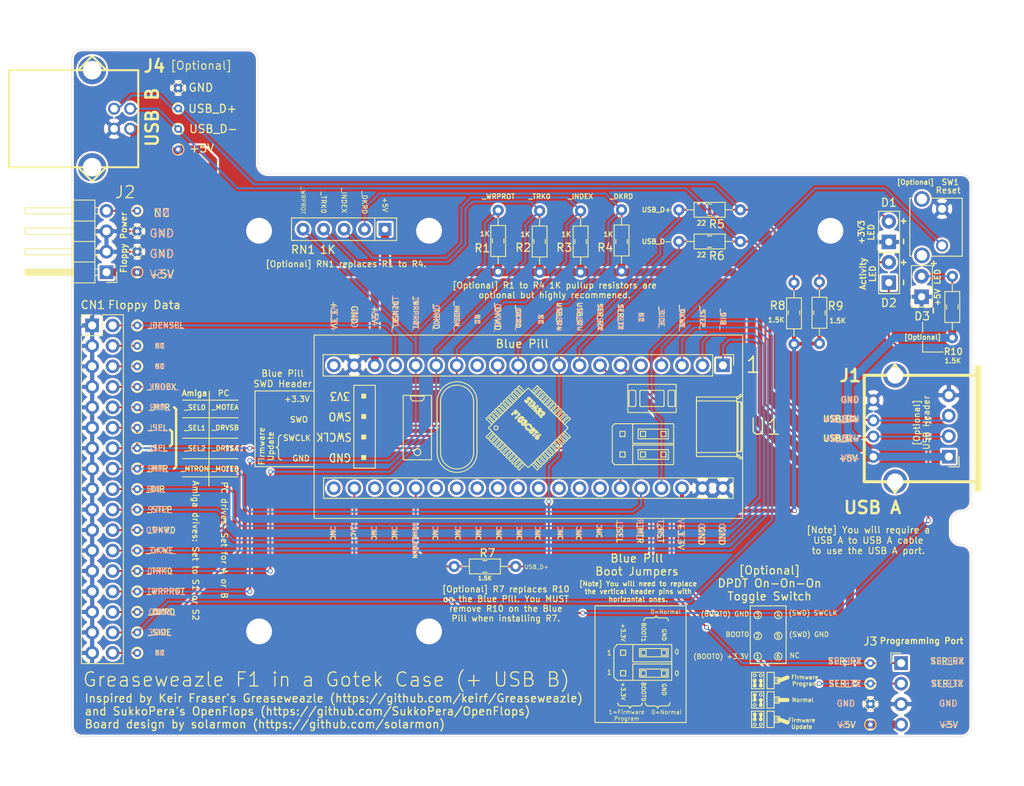
<source format=kicad_pcb>
(kicad_pcb (version 20171130) (host pcbnew "(5.1.2)-2")
  (title_block (title "Greaseweazle F1 in a Gotek Case") (date 2020-12-08) (rev 1) (company solarmon))
  (layers (0 F.Cu signal) (31 B.Cu signal) (34 B.Paste user) (35 F.Paste user) (36 B.SilkS user) (37 F.SilkS user) (38 B.Mask user) (39 F.Mask user) (44 Edge.Cuts user))
  (net 0 "")
  (net 1 GND)
  (net 2 +3V3)
  (net 3 +5V)
  (net 4 "Net-(D1-Pad2)")
  (net 5 "Net-(CN1-Pad34)")
  (net 6 /_SIDE)
  (net 7 /_DKRD)
  (net 8 /_WRPROT)
  (net 9 /_TRK0)
  (net 10 /_DKWE)
  (net 11 /_DKWD)
  (net 12 /_STEP)
  (net 13 /_DIR)
  (net 14 /_INDEX)
  (net 15 "Net-(CN1-Pad6)")
  (net 16 "Net-(CN1-Pad4)")
  (net 17 /_DENSEL)
  (net 18 "Net-(J1-Pad3)")
  (net 19 "Net-(J1-Pad2)")
  (net 20 "Net-(J2-Pad4)")
  (net 21 /USB_CONN)
  (net 22 "Net-(U1-Pad20)")
  (net 23 /_SEL)
  (net 24 "Net-(U1-Pad34)")
  (net 25 "Net-(U1-Pad33)")
  (net 26 "Net-(U1-Pad13)")
  (net 27 "Net-(U1-Pad32)")
  (net 28 "Net-(U1-Pad31)")
  (net 29 "Net-(U1-Pad30)")
  (net 30 "Net-(U1-Pad10)")
  (net 31 "Net-(U1-Pad29)")
  (net 32 "Net-(U1-Pad28)")
  (net 33 "Net-(U1-Pad27)")
  (net 34 /SER_RX)
  (net 35 "Net-(U1-Pad26)")
  (net 36 /SER_TX)
  (net 37 "Net-(U1-Pad5)")
  (net 38 "Net-(U1-Pad24)")
  (net 39 "Net-(U1-Pad23)")
  (net 40 "Net-(U1-Pad21)")
  (net 41 /_MTR)
  (net 42 /USB_D+)
  (net 43 /USB_D-)
  (net 44 "Net-(D2-Pad2)")
  (net 45 /_ACT)
  (net 46 /_RST)
  (net 47 "Net-(D3-Pad2)")
  (module LED_THT:LED_D3.0mm_Horizontal_O3.81mm_Z6.0mm (layer F.Cu) (at 200.66 68.834 90)
    (fp_text reference D3 (at -2.413 0.0635 180) (layer F.SilkS))
    (fp_text value "+5V Pwr")
    (pad 2 thru_hole circle (at 2.54 0 90) (size 1.8 1.8) (drill 0.9) (layers *.Cu *.Mask) (net 47 "Net-(D3-Pad2)"))
    (pad 1 thru_hole rect (at 0 0 90) (size 1.8 1.8) (drill 0.9) (layers *.Cu *.Mask) (net 1 GND))
  )
  (module Resistor_THT:R_Axial_DIN0204_L3.6mm_D1.6mm_P7.62mm_Horizontal (layer F.Cu) (at 204.47 66.294 270)
    (fp_text reference R10 hide)
    (fp_text value R_Axial_DIN0204_L3.6mm_D1.6mm_P7.62mm_Horizontal)
    (pad 2 thru_hole oval (at 7.62 0 270) (size 1.4 1.4) (drill 0.7) (layers *.Cu *.Mask) (net 3 +5V))
    (pad 1 thru_hole circle (at 0 0 270) (size 1.4 1.4) (drill 0.7) (layers *.Cu *.Mask) (net 47 "Net-(D3-Pad2)"))
  )
  (module Resistor_SMD:R_0805_2012Metric (layer F.Cu) (at 204.47 70.104 270)
    (fp_text reference R10 (at 5.5245 -0.127 180) (layer F.SilkS) (effects (font (size 0.8 0.8))))
    (fp_text value 1.5K (at 6.6675 -0.0635 180) (layer F.SilkS) (effects (font (size 0.6 0.6) (thickness 0.125))))
    (pad 2 smd roundrect (at 0.9375 0 270) (size 0.975 1.4) (layers F.Cu F.Paste F.Mask) (net 3 +5V))
    (pad 1 smd roundrect (at -0.9375 0 270) (size 0.975 1.4) (layers F.Cu F.Paste F.Mask) (net 47 "Net-(D3-Pad2)"))
  )
  (module TestPoint:TestPoint_THTPad_D1.0mm_Drill0.5mm (layer F.Cu) (at 108.458 50.546)
    (fp_text reference "" hide)
    (fp_text value TestPoint_THTPad_D1.0mm_Drill0.5mm)
    (pad 1 thru_hole circle (at 0 0) (size 1 1) (drill 0.5) (layers *.Cu *.Mask) (net 3 +5V))
  )
  (module TestPoint:TestPoint_THTPad_D1.0mm_Drill0.5mm (layer F.Cu) (at 108.458 48.006)
    (fp_text reference "" hide)
    (fp_text value TestPoint_THTPad_D1.0mm_Drill0.5mm)
    (pad 2 thru_hole circle (at 0 0) (size 1 1) (drill 0.5) (layers *.Cu *.Mask) (net 19 "Net-(J1-Pad2)"))
  )
  (module TestPoint:TestPoint_THTPad_D1.0mm_Drill0.5mm (layer F.Cu) (at 108.458 45.466)
    (fp_text reference "" hide)
    (fp_text value TestPoint_THTPad_D1.0mm_Drill0.5mm)
    (pad 3 thru_hole circle (at 0 0) (size 1 1) (drill 0.5) (layers *.Cu *.Mask) (net 18 "Net-(J1-Pad3)"))
  )
  (module TestPoint:TestPoint_THTPad_D1.0mm_Drill0.5mm (layer F.Cu) (at 108.458 42.926)
    (fp_text reference "" hide)
    (fp_text value TestPoint_THTPad_D1.0mm_Drill0.5mm)
    (pad 4 thru_hole circle (at 0 0) (size 1 1) (drill 0.5) (layers *.Cu *.Mask) (net 1 GND))
  )
  (module w_conn_pc:conn_usb_B (layer F.Cu) (at 95.504 46.736 270)
    (fp_text reference J4 (at -6.5278 -10.0076 180) (layer F.SilkS) (effects (font (size 1.524 1.524) (thickness 0.3048))))
    (fp_text value "USB B" (at -0.1778 -9.7282 90) (layer F.SilkS) (effects (font (size 1.524 1.524) (thickness 0.3048))))
    (pad "" thru_hole circle (at 6.0198 -2.286 270) (size 3.50012 3.50012) (drill 2.30124) (layers *.Cu *.Mask))
    (pad "" thru_hole circle (at -6.0198 -2.286 270) (size 3.50012 3.50012) (drill 2.30124) (layers *.Cu *.Mask))
    (pad 2 thru_hole circle (at -1.2446 -7.0104 270) (size 1.50114 1.50114) (drill 0.94996) (layers *.Cu *.Mask) (net 19 "Net-(J1-Pad2)"))
    (pad 1 thru_hole circle (at 1.2446 -7.0104 270) (size 1.50114 1.50114) (drill 0.94996) (layers *.Cu *.Mask) (net 3 +5V))
    (pad 4 thru_hole circle (at 1.2446 -5.0038 270) (size 1.50114 1.50114) (drill 0.94996) (layers *.Cu *.Mask) (net 1 GND))
    (pad 3 thru_hole circle (at -1.2446 -5.0038 270) (size 1.50114 1.50114) (drill 0.94996) (layers *.Cu *.Mask) (net 18 "Net-(J1-Pad3)"))
  )
  (module Connector_PinHeader_2.54mm:PinHeader_1x04_P2.54mm_Horizontal (layer F.Cu) (at 198.12 114.3)
    (fp_text reference J3 (at -3.81 -2.6924) (layer F.SilkS))
    (fp_text value "Programming Port" (at 2.54 -2.7686) (layer F.SilkS) (effects (font (size 0.75 0.75))))
    (pad 4 thru_hole oval (at 0 7.62) (size 1.7 1.7) (drill 1) (layers *.Cu *.Mask) (net 3 +5V))
    (pad 3 thru_hole oval (at 0 5.08) (size 1.7 1.7) (drill 1) (layers *.Cu *.Mask) (net 1 GND))
    (pad 2 thru_hole oval (at 0 2.54) (size 1.7 1.7) (drill 1) (layers *.Cu *.Mask) (net 36 /SER_TX))
    (pad 1 thru_hole rect (at 0 0) (size 1.7 1.7) (drill 1) (layers *.Cu *.Mask) (net 34 /SER_RX))
  )
  (module LED_THT:LED_D3.0mm_Horizontal_O6.35mm_Z10.0mm (layer F.Cu) (at 196.596 67.0814 90)
    (fp_text reference D2 (at -2.5146 0 180) (layer F.SilkS))
    (fp_text value "ACT LED")
    (pad 2 thru_hole circle (at 2.54 0 90) (size 1.8 1.8) (drill 0.9) (layers *.Cu *.Mask) (net 44 "Net-(D2-Pad2)"))
    (pad 1 thru_hole rect (at 0 0 90) (size 1.8 1.8) (drill 0.9) (layers *.Cu *.Mask) (net 45 /_ACT))
  )
  (module LED_THT:LED_D3.0mm_Horizontal_O6.35mm_Z10.0mm (layer F.Cu) (at 196.596 62.0268 90)
    (fp_text reference D1 (at 4.8768 0 180) (layer F.SilkS))
    (fp_text value "+3V3 LED")
    (pad 2 thru_hole circle (at 2.54 0 90) (size 1.8 1.8) (drill 0.9) (layers *.Cu *.Mask) (net 4 "Net-(D1-Pad2)"))
    (pad 1 thru_hole rect (at 0 0 90) (size 1.8 1.8) (drill 0.9) (layers *.Cu *.Mask) (net 1 GND))
  )
  (module w_conn_pc:conn_usb_A (layer F.Cu) (at 200.66 85.183 90)
    (fp_text reference J1 (at 6.57 -8.8392 180) (layer F.SilkS) (effects (font (size 1.524 1.524) (thickness 0.3048))))
    (fp_text value "USB A" (at -9.813 -6.096 180) (layer F.SilkS) (effects (font (size 1.524 1.524) (thickness 0.3048))))
    (pad 4 thru_hole circle (at 3.50012 -5.98932 90) (size 1.50114 1.50114) (drill 0.89916) (layers *.Cu *.Mask) (net 1 GND))
    (pad 3 thru_hole circle (at 1.00076 -5.98932 90) (size 1.50114 1.50114) (drill 0.89916) (layers *.Cu *.Mask) (net 18 "Net-(J1-Pad3)"))
    (pad 2 thru_hole circle (at -1.00076 -5.98932 90) (size 1.50114 1.50114) (drill 0.89916) (layers *.Cu *.Mask) (net 19 "Net-(J1-Pad2)"))
    (pad 1 thru_hole circle (at -3.50012 -5.98932 90) (size 1.50114 1.50114) (drill 0.89916) (layers *.Cu *.Mask) (net 3 +5V))
    (pad "" thru_hole circle (at 6.57098 -3.27914 90) (size 2.99974 2.99974) (drill 1.99898) (layers *.Cu *.Mask))
    (pad "" thru_hole circle (at -6.57098 -3.27914 90) (size 2.99974 2.99974) (drill 1.99898) (layers *.Cu *.Mask))
  )
  (module Connector_PinHeader_2.54mm:PinHeader_1x04_P2.54mm_Horizontal (layer F.Cu) (at 204.0382 88.6714 180)
    (fp_text reference J1 hide)
    (fp_text value PinHeader_1x04_P2.54mm_Vertical)
    (pad 4 thru_hole oval (at 0 7.62 180) (size 1.7 1.7) (drill 1) (layers *.Cu *.Mask) (net 1 GND))
    (pad 3 thru_hole oval (at 0 5.08 180) (size 1.7 1.7) (drill 1) (layers *.Cu *.Mask) (net 18 "Net-(J1-Pad3)"))
    (pad 2 thru_hole oval (at 0 2.54 180) (size 1.7 1.7) (drill 1) (layers *.Cu *.Mask) (net 19 "Net-(J1-Pad2)"))
    (pad 1 thru_hole rect (at 0 0 180) (size 1.7 1.7) (drill 1) (layers *.Cu *.Mask) (net 3 +5V))
  )
  (module Kicad-STM32-master:YAAJ_BluePill_1 (layer F.Cu) (at 176.022 77.343 270)
    (fp_text reference U1 (at 7.62 -5.2705 180) (layer F.SilkS) (effects (font (size 2 2))))
    (fp_text value "Blue Pill" (at -2.667 24.892) (layer F.SilkS))
    (fp_text user 3V3 (at 3.81 47.498 180 unlocked) (layer F.SilkS) (effects (font (size 1 0.9))))
    (fp_text user SWO (at 6.35 47.498 180 unlocked) (layer F.SilkS) (effects (font (size 1 0.9))))
    (fp_text user SWCLK (at 8.89 48.26 180 unlocked) (layer F.SilkS) (effects (font (size 1 0.9))))
    (fp_text user GND (at 11.43 47.498 180 unlocked) (layer F.SilkS) (effects (font (size 1 0.9))))
    (pad 40 thru_hole circle (at 15.24 0 270) (size 1.7 1.7) (drill 1) (layers *.Cu *.Mask) (net 1 GND))
    (pad 1 thru_hole rect (at 0 0 270) (size 1.7 1.7) (drill 1) (layers *.Cu *.Mask) (net 13 /_DIR))
    (pad 39 thru_hole circle (at 15.24 2.54 270) (size 1.7 1.7) (drill 1) (layers *.Cu *.Mask) (net 1 GND))
    (pad 2 thru_hole circle (at 0 2.54 270) (size 1.7 1.7) (drill 1) (layers *.Cu *.Mask) (net 12 /_STEP))
    (pad 38 thru_hole circle (at 15.24 5.08 270) (size 1.7 1.7) (drill 1) (layers *.Cu *.Mask) (net 2 +3V3))
    (pad 3 thru_hole circle (at 0 5.08 270) (size 1.7 1.7) (drill 1) (layers *.Cu *.Mask) (net 10 /_DKWE))
    (pad 37 thru_hole circle (at 15.24 7.62 270) (size 1.7 1.7) (drill 1) (layers *.Cu *.Mask) (net 46 /_RST))
    (pad 4 thru_hole circle (at 0 7.62 270) (size 1.7 1.7) (drill 1) (layers *.Cu *.Mask) (net 6 /_SIDE))
    (pad 36 thru_hole circle (at 15.24 10.16 270) (size 1.7 1.7) (drill 1) (layers *.Cu *.Mask) (net 41 /_MTR))
    (pad 5 thru_hole circle (at 0 10.16 270) (size 1.7 1.7) (drill 1) (layers *.Cu *.Mask) (net 37 "Net-(U1-Pad5)"))
    (pad 35 thru_hole circle (at 15.24 12.7 270) (size 1.7 1.7) (drill 1) (layers *.Cu *.Mask) (net 23 /_SEL))
    (pad 6 thru_hole circle (at 0 12.7 270) (size 1.7 1.7) (drill 1) (layers *.Cu *.Mask) (net 36 /SER_TX))
    (pad 34 thru_hole circle (at 15.24 15.24 270) (size 1.7 1.7) (drill 1) (layers *.Cu *.Mask) (net 24 "Net-(U1-Pad34)"))
    (pad 7 thru_hole circle (at 0 15.24 270) (size 1.7 1.7) (drill 1) (layers *.Cu *.Mask) (net 34 /SER_RX))
    (pad 33 thru_hole circle (at 15.24 17.78 270) (size 1.7 1.7) (drill 1) (layers *.Cu *.Mask) (net 25 "Net-(U1-Pad33)"))
    (pad 8 thru_hole circle (at 0 17.78 270) (size 1.7 1.7) (drill 1) (layers *.Cu *.Mask) (net 43 /USB_D-))
    (pad 32 thru_hole circle (at 15.24 20.32 270) (size 1.7 1.7) (drill 1) (layers *.Cu *.Mask) (net 27 "Net-(U1-Pad32)"))
    (pad 9 thru_hole circle (at 0 20.32 270) (size 1.7 1.7) (drill 1) (layers *.Cu *.Mask) (net 42 /USB_D+))
    (pad 31 thru_hole circle (at 15.24 22.86 270) (size 1.7 1.7) (drill 1) (layers *.Cu *.Mask) (net 28 "Net-(U1-Pad31)"))
    (pad 10 thru_hole circle (at 0 22.86 270) (size 1.7 1.7) (drill 1) (layers *.Cu *.Mask) (net 30 "Net-(U1-Pad10)"))
    (pad 30 thru_hole circle (at 15.24 25.4 270) (size 1.7 1.7) (drill 1) (layers *.Cu *.Mask) (net 29 "Net-(U1-Pad30)"))
    (pad 11 thru_hole circle (at 0 25.4 270) (size 1.7 1.7) (drill 1) (layers *.Cu *.Mask) (net 7 /_DKRD))
    (pad 29 thru_hole circle (at 15.24 27.94 270) (size 1.7 1.7) (drill 1) (layers *.Cu *.Mask) (net 31 "Net-(U1-Pad29)"))
    (pad 12 thru_hole circle (at 0 27.94 270) (size 1.7 1.7) (drill 1) (layers *.Cu *.Mask) (net 11 /_DKWD))
    (pad 28 thru_hole circle (at 15.24 30.48 270) (size 1.7 1.7) (drill 1) (layers *.Cu *.Mask) (net 32 "Net-(U1-Pad28)"))
    (pad 13 thru_hole circle (at 0 30.48 270) (size 1.7 1.7) (drill 1) (layers *.Cu *.Mask) (net 26 "Net-(U1-Pad13)"))
    (pad 27 thru_hole circle (at 15.24 33.02 270) (size 1.7 1.7) (drill 1) (layers *.Cu *.Mask) (net 33 "Net-(U1-Pad27)"))
    (pad 14 thru_hole circle (at 0 33.02 270) (size 1.7 1.7) (drill 1) (layers *.Cu *.Mask) (net 14 /_INDEX))
    (pad 26 thru_hole circle (at 15.24 35.56 270) (size 1.7 1.7) (drill 1) (layers *.Cu *.Mask) (net 35 "Net-(U1-Pad26)"))
    (pad 15 thru_hole circle (at 0 35.56 270) (size 1.7 1.7) (drill 1) (layers *.Cu *.Mask) (net 9 /_TRK0))
    (pad 25 thru_hole circle (at 15.24 38.1 270) (size 1.7 1.7) (drill 1) (layers *.Cu *.Mask) (net 21 /USB_CONN))
    (pad 16 thru_hole circle (at 0 38.1 270) (size 1.7 1.7) (drill 1) (layers *.Cu *.Mask) (net 8 /_WRPROT))
    (pad 24 thru_hole circle (at 15.24 40.64 270) (size 1.7 1.7) (drill 1) (layers *.Cu *.Mask) (net 38 "Net-(U1-Pad24)"))
    (pad 17 thru_hole circle (at 0 40.64 270) (size 1.7 1.7) (drill 1) (layers *.Cu *.Mask) (net 17 /_DENSEL))
    (pad 23 thru_hole circle (at 15.24 43.18 270) (size 1.7 1.7) (drill 1) (layers *.Cu *.Mask) (net 39 "Net-(U1-Pad23)"))
    (pad 18 thru_hole circle (at 0 43.18 270) (size 1.7 1.7) (drill 1) (layers *.Cu *.Mask) (net 3 +5V))
    (pad 22 thru_hole circle (at 15.24 45.72 270) (size 1.7 1.7) (drill 1) (layers *.Cu *.Mask) (net 45 /_ACT))
    (pad 19 thru_hole circle (at 0 45.72 270) (size 1.7 1.7) (drill 1) (layers *.Cu *.Mask) (net 1 GND))
    (pad 21 thru_hole circle (at 15.24 48.26 270) (size 1.7 1.7) (drill 1) (layers *.Cu *.Mask) (net 40 "Net-(U1-Pad21)"))
    (pad 20 thru_hole circle (at 0 48.26 270) (size 1.7 1.7) (drill 1) (layers *.Cu *.Mask) (net 22 "Net-(U1-Pad20)"))
  )
  (module Connector_PinHeader_2.54mm:PinHeader_1x04_P2.54mm_Horizontal (layer F.Cu) (at 99.568 65.786 180)
    (fp_text reference J2 (at -2.3114 9.9314 180) (layer F.SilkS) (effects (font (size 1.5 1.5))))
    (fp_text value "Floppy Power" (at -2.1336 3.683 270) (layer F.SilkS) (effects (font (size 0.75 0.75))))
    (pad 4 thru_hole oval (at 0 7.62 180) (size 1.7 1.7) (drill 1) (layers *.Cu *.Mask) (net 20 "Net-(J2-Pad4)"))
    (pad 3 thru_hole oval (at 0 5.08 180) (size 1.7 1.7) (drill 1) (layers *.Cu *.Mask) (net 1 GND))
    (pad 2 thru_hole oval (at 0 2.54 180) (size 1.7 1.7) (drill 1) (layers *.Cu *.Mask) (net 1 GND))
    (pad 1 thru_hole rect (at 0 0 180) (size 1.7 1.7) (drill 1) (layers *.Cu *.Mask) (net 3 +5V))
  )
  (module Resistor_THT:R_Axial_DIN0204_L3.6mm_D1.6mm_P7.62mm_Horizontal (layer F.Cu) (at 148.1455 65.7225 90)
    (fp_text reference R1 hide)
    (fp_text value R_Axial_DIN0204_L3.6mm_D1.6mm_P7.62mm_Horizontal)
    (pad 2 thru_hole oval (at 7.62 0 90) (size 1.4 1.4) (drill 0.7) (layers *.Cu *.Mask) (net 8 /_WRPROT))
    (pad 1 thru_hole circle (at 0 0 90) (size 1.4 1.4) (drill 0.7) (layers *.Cu *.Mask) (net 3 +5V))
  )
  (module Resistor_THT:R_Axial_DIN0204_L3.6mm_D1.6mm_P7.62mm_Horizontal (layer F.Cu) (at 153.289 65.786 90)
    (fp_text reference R2 hide)
    (fp_text value R_Axial_DIN0204_L3.6mm_D1.6mm_P7.62mm_Horizontal)
    (pad 1 thru_hole circle (at 0 0 90) (size 1.4 1.4) (drill 0.7) (layers *.Cu *.Mask) (net 3 +5V))
    (pad 2 thru_hole oval (at 7.62 0 90) (size 1.4 1.4) (drill 0.7) (layers *.Cu *.Mask) (net 9 /_TRK0))
  )
  (module Resistor_THT:R_Axial_DIN0204_L3.6mm_D1.6mm_P7.62mm_Horizontal (layer F.Cu) (at 158.369 65.786 90)
    (fp_text reference R3 hide)
    (fp_text value R_Axial_DIN0204_L3.6mm_D1.6mm_P7.62mm_Horizontal)
    (pad 2 thru_hole oval (at 7.62 0 90) (size 1.4 1.4) (drill 0.7) (layers *.Cu *.Mask) (net 14 /_INDEX))
    (pad 1 thru_hole circle (at 0 0 90) (size 1.4 1.4) (drill 0.7) (layers *.Cu *.Mask) (net 3 +5V))
  )
  (module Resistor_THT:R_Axial_DIN0204_L3.6mm_D1.6mm_P7.62mm_Horizontal (layer F.Cu) (at 163.449 65.659 90)
    (fp_text reference R4 hide)
    (fp_text value R_Axial_DIN0204_L3.6mm_D1.6mm_P7.62mm_Horizontal)
    (pad 1 thru_hole circle (at 0 0 90) (size 1.4 1.4) (drill 0.7) (layers *.Cu *.Mask) (net 3 +5V))
    (pad 2 thru_hole oval (at 7.62 0 90) (size 1.4 1.4) (drill 0.7) (layers *.Cu *.Mask) (net 7 /_DKRD))
  )
  (module Resistor_THT:R_Axial_DIN0204_L3.6mm_D1.6mm_P7.62mm_Horizontal (layer F.Cu) (at 178.181 58.039 180)
    (fp_text reference R5 hide)
    (fp_text value R_Axial_DIN0204_L3.6mm_D1.6mm_P7.62mm_Horizontal)
    (pad 2 thru_hole oval (at 7.62 0 180) (size 1.4 1.4) (drill 0.7) (layers *.Cu *.Mask) (net 42 /USB_D+))
    (pad 1 thru_hole circle (at 0 0 180) (size 1.4 1.4) (drill 0.7) (layers *.Cu *.Mask) (net 18 "Net-(J1-Pad3)"))
  )
  (module Resistor_THT:R_Axial_DIN0204_L3.6mm_D1.6mm_P7.62mm_Horizontal (layer F.Cu) (at 178.181 61.976 180)
    (fp_text reference R6 hide)
    (fp_text value R_Axial_DIN0204_L3.6mm_D1.6mm_P7.62mm_Horizontal)
    (pad 1 thru_hole circle (at 0 0 180) (size 1.4 1.4) (drill 0.7) (layers *.Cu *.Mask) (net 19 "Net-(J1-Pad2)"))
    (pad 2 thru_hole oval (at 7.62 0 180) (size 1.4 1.4) (drill 0.7) (layers *.Cu *.Mask) (net 43 /USB_D-))
  )
  (module Resistor_THT:R_Axial_DIN0204_L3.6mm_D1.6mm_P7.62mm_Horizontal (layer F.Cu) (at 150.3045 102.2985 180)
    (fp_text reference R7 hide)
    (fp_text value R_Axial_DIN0204_L3.6mm_D1.6mm_P7.62mm_Horizontal)
    (pad 1 thru_hole circle (at 0 0 180) (size 1.4 1.4) (drill 0.7) (layers *.Cu *.Mask) (net 42 /USB_D+))
    (pad 2 thru_hole oval (at 7.62 0 180) (size 1.4 1.4) (drill 0.7) (layers *.Cu *.Mask) (net 21 /USB_CONN))
  )
  (module Resistor_THT:R_Axial_DIN0204_L3.6mm_D1.6mm_P7.62mm_Horizontal (layer F.Cu) (at 184.8358 67.0814 270)
    (fp_text reference R8 hide)
    (fp_text value R_Axial_DIN0204_L3.6mm_D1.6mm_P7.62mm_Horizontal)
    (pad 2 thru_hole oval (at 7.62 0 270) (size 1.4 1.4) (drill 0.7) (layers *.Cu *.Mask) (net 2 +3V3))
    (pad 1 thru_hole circle (at 0 0 270) (size 1.4 1.4) (drill 0.7) (layers *.Cu *.Mask) (net 4 "Net-(D1-Pad2)"))
  )
  (module Resistor_THT:R_Axial_DIN0204_L3.6mm_D1.6mm_P7.62mm_Horizontal (layer F.Cu) (at 187.9854 67.0052 270)
    (fp_text reference R9 hide)
    (fp_text value R_Axial_DIN0204_L3.6mm_D1.6mm_P7.62mm_Horizontal)
    (pad 1 thru_hole circle (at 0 0 270) (size 1.4 1.4) (drill 0.7) (layers *.Cu *.Mask) (net 44 "Net-(D2-Pad2)"))
    (pad 2 thru_hole oval (at 7.62 0 270) (size 1.4 1.4) (drill 0.7) (layers *.Cu *.Mask) (net 2 +3V3))
  )
  (module OpenFlops:PUSH_BUTTON_RIGHT_ANGLE (layer F.Cu) (at 203.2 60.198 90)
    (fp_text reference SW1 (at 5.588 1.016 180) (layer F.SilkS) (effects (font (size 0.7 0.7) (thickness 0.125))))
    (fp_text value Reset (at 4.572 0.762 180) (layer F.SilkS) (effects (font (size 0.75 0.75) (thickness 0.125))))
    (pad "" thru_hole circle (at 3.5 -2.5 90) (size 1.95 1.95) (drill 1.3) (layers *.Cu *.Mask))
    (pad "" thru_hole circle (at -3.5 -2.5 90) (size 1.95 1.95) (drill 1.3) (layers *.Cu *.Mask))
    (pad 2 thru_hole circle (at 2.275 0 90) (size 1.508 1.508) (drill 1) (layers *.Cu *.Mask) (net 1 GND))
    (pad 1 thru_hole circle (at -2.275 0 90) (size 1.508 1.508) (drill 1) (layers *.Cu *.Mask) (net 46 /_RST))
  )
  (module Resistor_THT:R_Array_SIP5 (layer F.Cu) (at 134.112 60.452 180)
    (fp_text reference RN1 (at 10.16 -2.54) (layer F.SilkS))
    (fp_text value 1K (at 7.112 -2.54) (layer F.SilkS))
    (pad 5 thru_hole oval (at 10.16 0 180) (size 1.6 1.6) (drill 0.8) (layers *.Cu *.Mask) (net 8 /_WRPROT))
    (pad 4 thru_hole oval (at 7.62 0 180) (size 1.6 1.6) (drill 0.8) (layers *.Cu *.Mask) (net 9 /_TRK0))
    (pad 3 thru_hole oval (at 5.08 0 180) (size 1.6 1.6) (drill 0.8) (layers *.Cu *.Mask) (net 14 /_INDEX))
    (pad 2 thru_hole oval (at 2.54 0 180) (size 1.6 1.6) (drill 0.8) (layers *.Cu *.Mask) (net 7 /_DKRD))
    (pad 1 thru_hole rect (at 0 0 180) (size 1.6 1.6) (drill 0.8) (layers *.Cu *.Mask) (net 3 +5V))
  )
  (module Resistor_SMD:R_0805_2012Metric (layer F.Cu) (at 187.9854 70.8152 270)
    (fp_text reference R9 (at -0.8382 -2.0066) (layer F.SilkS))
    (fp_text value 1.5K (at 0.9906 -2.2606 180) (layer F.SilkS) (effects (font (size 0.6 0.6) (thickness 0.125))))
    (pad 2 smd roundrect (at 0.9375 0 270) (size 0.975 1.4) (layers F.Cu F.Paste F.Mask) (net 2 +3V3))
    (pad 1 smd roundrect (at -0.9375 0 270) (size 0.975 1.4) (layers F.Cu F.Paste F.Mask) (net 44 "Net-(D2-Pad2)"))
  )
  (module TestPoint:TestPoint_THTPad_D1.0mm_Drill0.5mm (layer F.Cu) (at 103.378 113.03)
    (fp_text reference "" hide)
    (fp_text value TestPoint_THTPad_D1.0mm_Drill0.5mm)
    (pad 1 thru_hole circle (at 0 0) (size 1 1) (drill 0.5) (layers *.Cu *.Mask) (net 5 "Net-(CN1-Pad34)"))
  )
  (module TestPoint:TestPoint_THTPad_D1.0mm_Drill0.5mm (layer F.Cu) (at 103.378 110.49)
    (fp_text reference "" hide)
    (fp_text value TestPoint_THTPad_D1.0mm_Drill0.5mm)
    (pad 1 thru_hole circle (at 0 0) (size 1 1) (drill 0.5) (layers *.Cu *.Mask) (net 6 /_SIDE))
  )
  (module TestPoint:TestPoint_THTPad_D1.0mm_Drill0.5mm (layer F.Cu) (at 103.378 107.95)
    (fp_text reference "" hide)
    (fp_text value TestPoint_THTPad_D1.0mm_Drill0.5mm)
    (pad 1 thru_hole circle (at 0 0) (size 1 1) (drill 0.5) (layers *.Cu *.Mask) (net 7 /_DKRD))
  )
  (module TestPoint:TestPoint_THTPad_D1.0mm_Drill0.5mm (layer F.Cu) (at 103.378 105.41)
    (fp_text reference "" hide)
    (fp_text value TestPoint_THTPad_D1.0mm_Drill0.5mm)
    (pad 1 thru_hole circle (at 0 0) (size 1 1) (drill 0.5) (layers *.Cu *.Mask) (net 8 /_WRPROT))
  )
  (module TestPoint:TestPoint_THTPad_D1.0mm_Drill0.5mm (layer F.Cu) (at 103.378 102.87 90)
    (fp_text reference "" hide)
    (fp_text value TestPoint_THTPad_D1.0mm_Drill0.5mm)
    (pad 1 thru_hole circle (at 0 0 90) (size 1 1) (drill 0.5) (layers *.Cu *.Mask) (net 9 /_TRK0))
  )
  (module TestPoint:TestPoint_THTPad_D1.0mm_Drill0.5mm (layer F.Cu) (at 103.378 100.33)
    (fp_text reference "" hide)
    (fp_text value TestPoint_THTPad_D1.0mm_Drill0.5mm)
    (pad 1 thru_hole circle (at 0 0) (size 1 1) (drill 0.5) (layers *.Cu *.Mask) (net 10 /_DKWE))
  )
  (module TestPoint:TestPoint_THTPad_D1.0mm_Drill0.5mm (layer F.Cu) (at 103.378 97.79)
    (fp_text reference "" hide)
    (fp_text value TestPoint_THTPad_D1.0mm_Drill0.5mm)
    (pad 1 thru_hole circle (at 0 0) (size 1 1) (drill 0.5) (layers *.Cu *.Mask) (net 11 /_DKWD))
  )
  (module TestPoint:TestPoint_THTPad_D1.0mm_Drill0.5mm (layer F.Cu) (at 103.378 95.25)
    (fp_text reference "" hide)
    (fp_text value TestPoint_THTPad_D1.0mm_Drill0.5mm)
    (pad 1 thru_hole circle (at 0 0) (size 1 1) (drill 0.5) (layers *.Cu *.Mask) (net 12 /_STEP))
  )
  (module TestPoint:TestPoint_THTPad_D1.0mm_Drill0.5mm (layer F.Cu) (at 103.378 92.71)
    (fp_text reference "" hide)
    (fp_text value TestPoint_THTPad_D1.0mm_Drill0.5mm)
    (pad 1 thru_hole circle (at 0 0) (size 1 1) (drill 0.5) (layers *.Cu *.Mask) (net 13 /_DIR))
  )
  (module TestPoint:TestPoint_THTPad_D1.0mm_Drill0.5mm (layer F.Cu) (at 103.378 90.17)
    (fp_text reference "" hide)
    (fp_text value TestPoint_THTPad_D1.0mm_Drill0.5mm)
    (pad 1 thru_hole circle (at 0 0) (size 1 1) (drill 0.5) (layers *.Cu *.Mask) (net 41 /_MTR))
  )
  (module TestPoint:TestPoint_THTPad_D1.0mm_Drill0.5mm (layer F.Cu) (at 103.378 87.63)
    (fp_text reference "" hide)
    (fp_text value TestPoint_THTPad_D1.0mm_Drill0.5mm)
    (pad 1 thru_hole circle (at 0 0) (size 1 1) (drill 0.5) (layers *.Cu *.Mask) (net 23 /_SEL))
  )
  (module TestPoint:TestPoint_THTPad_D1.0mm_Drill0.5mm (layer F.Cu) (at 103.378 85.09)
    (fp_text reference "" hide)
    (fp_text value TestPoint_THTPad_D1.0mm_Drill0.5mm)
    (pad 1 thru_hole circle (at 0 0) (size 1 1) (drill 0.5) (layers *.Cu *.Mask) (net 23 /_SEL))
  )
  (module TestPoint:TestPoint_THTPad_D1.0mm_Drill0.5mm (layer F.Cu) (at 103.378 82.55)
    (fp_text reference "" hide)
    (fp_text value TestPoint_THTPad_D1.0mm_Drill0.5mm)
    (pad 1 thru_hole circle (at 0 0) (size 1 1) (drill 0.5) (layers *.Cu *.Mask) (net 41 /_MTR))
  )
  (module TestPoint:TestPoint_THTPad_D1.0mm_Drill0.5mm (layer F.Cu) (at 103.378 80.01)
    (fp_text reference "" hide)
    (fp_text value TestPoint_THTPad_D1.0mm_Drill0.5mm)
    (pad 1 thru_hole circle (at 0 0) (size 1 1) (drill 0.5) (layers *.Cu *.Mask) (net 14 /_INDEX))
  )
  (module TestPoint:TestPoint_THTPad_D1.0mm_Drill0.5mm (layer F.Cu) (at 103.378 77.47)
    (fp_text reference "" hide)
    (fp_text value TestPoint_THTPad_D1.0mm_Drill0.5mm)
    (pad 1 thru_hole circle (at 0 0) (size 1 1) (drill 0.5) (layers *.Cu *.Mask) (net 15 "Net-(CN1-Pad6)"))
  )
  (module TestPoint:TestPoint_THTPad_D1.0mm_Drill0.5mm (layer F.Cu) (at 103.378 74.93)
    (fp_text reference "" hide)
    (fp_text value TestPoint_THTPad_D1.0mm_Drill0.5mm)
    (pad 1 thru_hole circle (at 0 0) (size 1 1) (drill 0.5) (layers *.Cu *.Mask) (net 16 "Net-(CN1-Pad4)"))
  )
  (module TestPoint:TestPoint_THTPad_D1.0mm_Drill0.5mm (layer F.Cu) (at 103.378 72.39)
    (fp_text reference "" hide)
    (fp_text value TestPoint_THTPad_D1.0mm_Drill0.5mm)
    (pad 1 thru_hole circle (at 0 0) (size 1 1) (drill 0.5) (layers *.Cu *.Mask) (net 17 /_DENSEL))
  )
  (module TestPoint:TestPoint_THTPad_D1.0mm_Drill0.5mm (layer F.Cu) (at 103.378 58.166)
    (fp_text reference "" hide)
    (fp_text value TestPoint_THTPad_D1.0mm_Drill0.5mm)
    (pad 4 thru_hole circle (at 0 0) (size 1 1) (drill 0.5) (layers *.Cu *.Mask) (net 20 "Net-(J2-Pad4)"))
  )
  (module TestPoint:TestPoint_THTPad_D1.0mm_Drill0.5mm (layer F.Cu) (at 103.378 60.706)
    (fp_text reference "" hide)
    (fp_text value TestPoint_THTPad_D1.0mm_Drill0.5mm)
    (pad 3 thru_hole circle (at 0 0) (size 1 1) (drill 0.5) (layers *.Cu *.Mask) (net 1 GND))
  )
  (module TestPoint:TestPoint_THTPad_D1.0mm_Drill0.5mm (layer F.Cu) (at 103.378 63.246)
    (fp_text reference "" hide)
    (fp_text value TestPoint_THTPad_D1.0mm_Drill0.5mm)
    (pad 2 thru_hole circle (at 0 0) (size 1 1) (drill 0.5) (layers *.Cu *.Mask) (net 1 GND))
  )
  (module TestPoint:TestPoint_THTPad_D1.0mm_Drill0.5mm (layer F.Cu) (at 103.378 65.786)
    (fp_text reference "" hide)
    (fp_text value TestPoint_THTPad_D1.0mm_Drill0.5mm)
    (pad 1 thru_hole circle (at 0 0) (size 1 1) (drill 0.5) (layers *.Cu *.Mask) (net 3 +5V))
  )
  (module TestPoint:TestPoint_THTPad_D1.0mm_Drill0.5mm (layer F.Cu) (at 194.31 114.3)
    (fp_text reference "" hide)
    (fp_text value TestPoint_THTPad_D1.0mm_Drill0.5mm)
    (pad 1 thru_hole circle (at 0 0) (size 1 1) (drill 0.5) (layers *.Cu *.Mask) (net 34 /SER_RX))
  )
  (module TestPoint:TestPoint_THTPad_D1.0mm_Drill0.5mm (layer F.Cu) (at 194.31 116.84)
    (fp_text reference "" hide)
    (fp_text value TestPoint_THTPad_D1.0mm_Drill0.5mm)
    (pad 1 thru_hole circle (at 0 0) (size 1 1) (drill 0.5) (layers *.Cu *.Mask) (net 36 /SER_TX))
  )
  (module TestPoint:TestPoint_THTPad_D1.0mm_Drill0.5mm (layer F.Cu) (at 194.31 119.38)
    (fp_text reference "" hide)
    (fp_text value TestPoint_THTPad_D1.0mm_Drill0.5mm)
    (pad 1 thru_hole circle (at 0 0) (size 1 1) (drill 0.5) (layers *.Cu *.Mask) (net 1 GND))
  )
  (module TestPoint:TestPoint_THTPad_D1.0mm_Drill0.5mm (layer F.Cu) (at 194.31 121.92)
    (fp_text reference "" hide)
    (fp_text value TestPoint_THTPad_D1.0mm_Drill0.5mm)
    (pad 1 thru_hole circle (at 0 0) (size 1 1) (drill 0.5) (layers *.Cu *.Mask) (net 3 +5V))
  )
  (module Resistor_SMD:R_0805_2012Metric (layer F.Cu) (at 184.8358 70.8152 270)
    (fp_text reference R8 (at -0.889 2.032 180) (layer F.SilkS))
    (fp_text value 1.5K (at 0.889 2.2098 180) (layer F.SilkS) (effects (font (size 0.6 0.6) (thickness 0.125))))
    (pad 2 smd roundrect (at 0.9375 0 270) (size 0.975 1.4) (layers F.Cu F.Paste F.Mask) (net 2 +3V3))
    (pad 1 smd roundrect (at -0.9375 0 270) (size 0.975 1.4) (layers F.Cu F.Paste F.Mask) (net 4 "Net-(D1-Pad2)"))
  )
  (module Resistor_SMD:R_0805_2012Metric (layer F.Cu) (at 174.371 61.976 180)
    (fp_text reference R6 (at -0.889 -1.778 180) (layer F.SilkS))
    (fp_text value 22 (at 1.016 -1.651) (layer F.SilkS) (effects (font (size 0.6 0.6) (thickness 0.125))))
    (pad 2 smd roundrect (at 0.9375 0 180) (size 0.975 1.4) (layers F.Cu F.Paste F.Mask) (net 43 /USB_D-))
    (pad 1 smd roundrect (at -0.9375 0 180) (size 0.975 1.4) (layers F.Cu F.Paste F.Mask) (net 19 "Net-(J1-Pad2)"))
  )
  (module Resistor_SMD:R_0805_2012Metric (layer F.Cu) (at 174.371 58.039 180)
    (fp_text reference R5 (at -0.889 -1.778 180) (layer F.SilkS))
    (fp_text value 22 (at 1.016 -1.651) (layer F.SilkS) (effects (font (size 0.6 0.6) (thickness 0.125))))
    (pad 2 smd roundrect (at 0.9375 0 180) (size 0.975 1.4) (layers F.Cu F.Paste F.Mask) (net 42 /USB_D+))
    (pad 1 smd roundrect (at -0.9375 0 180) (size 0.975 1.4) (layers F.Cu F.Paste F.Mask) (net 18 "Net-(J1-Pad3)"))
  )
  (module Connector_PinHeader_2.54mm:PinHeader_2x17_P2.54mm_Vertical (layer F.Cu) (at 97.79 72.39)
    (fp_text reference CN1 (at 0.0762 -2.54) (layer F.SilkS))
    (fp_text value "Floppy Data" (at 6.477 -2.54) (layer F.SilkS))
    (pad 34 thru_hole oval (at 2.54 40.64) (size 1.7 1.7) (drill 1) (layers *.Cu *.Mask) (net 5 "Net-(CN1-Pad34)"))
    (pad 33 thru_hole oval (at 0 40.64) (size 1.7 1.7) (drill 1) (layers *.Cu *.Mask) (net 1 GND))
    (pad 32 thru_hole oval (at 2.54 38.1) (size 1.7 1.7) (drill 1) (layers *.Cu *.Mask) (net 6 /_SIDE))
    (pad 31 thru_hole oval (at 0 38.1) (size 1.7 1.7) (drill 1) (layers *.Cu *.Mask) (net 1 GND))
    (pad 30 thru_hole oval (at 2.54 35.56) (size 1.7 1.7) (drill 1) (layers *.Cu *.Mask) (net 7 /_DKRD))
    (pad 29 thru_hole oval (at 0 35.56) (size 1.7 1.7) (drill 1) (layers *.Cu *.Mask) (net 1 GND))
    (pad 28 thru_hole oval (at 2.54 33.02) (size 1.7 1.7) (drill 1) (layers *.Cu *.Mask) (net 8 /_WRPROT))
    (pad 27 thru_hole oval (at 0 33.02) (size 1.7 1.7) (drill 1) (layers *.Cu *.Mask) (net 1 GND))
    (pad 26 thru_hole oval (at 2.54 30.48) (size 1.7 1.7) (drill 1) (layers *.Cu *.Mask) (net 9 /_TRK0))
    (pad 25 thru_hole oval (at 0 30.48) (size 1.7 1.7) (drill 1) (layers *.Cu *.Mask) (net 1 GND))
    (pad 24 thru_hole oval (at 2.54 27.94) (size 1.7 1.7) (drill 1) (layers *.Cu *.Mask) (net 10 /_DKWE))
    (pad 23 thru_hole oval (at 0 27.94) (size 1.7 1.7) (drill 1) (layers *.Cu *.Mask) (net 1 GND))
    (pad 22 thru_hole oval (at 2.54 25.4) (size 1.7 1.7) (drill 1) (layers *.Cu *.Mask) (net 11 /_DKWD))
    (pad 21 thru_hole oval (at 0 25.4) (size 1.7 1.7) (drill 1) (layers *.Cu *.Mask) (net 1 GND))
    (pad 20 thru_hole oval (at 2.54 22.86) (size 1.7 1.7) (drill 1) (layers *.Cu *.Mask) (net 12 /_STEP))
    (pad 19 thru_hole oval (at 0 22.86) (size 1.7 1.7) (drill 1) (layers *.Cu *.Mask) (net 1 GND))
    (pad 18 thru_hole oval (at 2.54 20.32) (size 1.7 1.7) (drill 1) (layers *.Cu *.Mask) (net 13 /_DIR))
    (pad 17 thru_hole oval (at 0 20.32) (size 1.7 1.7) (drill 1) (layers *.Cu *.Mask) (net 1 GND))
    (pad 16 thru_hole oval (at 2.54 17.78) (size 1.7 1.7) (drill 1) (layers *.Cu *.Mask) (net 41 /_MTR))
    (pad 15 thru_hole oval (at 0 17.78) (size 1.7 1.7) (drill 1) (layers *.Cu *.Mask) (net 1 GND))
    (pad 14 thru_hole oval (at 2.54 15.24) (size 1.7 1.7) (drill 1) (layers *.Cu *.Mask) (net 23 /_SEL))
    (pad 13 thru_hole oval (at 0 15.24) (size 1.7 1.7) (drill 1) (layers *.Cu *.Mask) (net 1 GND))
    (pad 12 thru_hole oval (at 2.54 12.7) (size 1.7 1.7) (drill 1) (layers *.Cu *.Mask) (net 23 /_SEL))
    (pad 11 thru_hole oval (at 0 12.7) (size 1.7 1.7) (drill 1) (layers *.Cu *.Mask) (net 1 GND))
    (pad 10 thru_hole oval (at 2.54 10.16) (size 1.7 1.7) (drill 1) (layers *.Cu *.Mask) (net 41 /_MTR))
    (pad 9 thru_hole oval (at 0 10.16) (size 1.7 1.7) (drill 1) (layers *.Cu *.Mask) (net 1 GND))
    (pad 8 thru_hole oval (at 2.54 7.62) (size 1.7 1.7) (drill 1) (layers *.Cu *.Mask) (net 14 /_INDEX))
    (pad 7 thru_hole oval (at 0 7.62) (size 1.7 1.7) (drill 1) (layers *.Cu *.Mask) (net 1 GND))
    (pad 6 thru_hole oval (at 2.54 5.08) (size 1.7 1.7) (drill 1) (layers *.Cu *.Mask) (net 15 "Net-(CN1-Pad6)"))
    (pad 5 thru_hole oval (at 0 5.08) (size 1.7 1.7) (drill 1) (layers *.Cu *.Mask) (net 1 GND))
    (pad 4 thru_hole oval (at 2.54 2.54) (size 1.7 1.7) (drill 1) (layers *.Cu *.Mask) (net 16 "Net-(CN1-Pad4)"))
    (pad 3 thru_hole oval (at 0 2.54) (size 1.7 1.7) (drill 1) (layers *.Cu *.Mask) (net 1 GND))
    (pad 2 thru_hole oval (at 2.54 0) (size 1.7 1.7) (drill 1) (layers *.Cu *.Mask) (net 17 /_DENSEL))
    (pad 1 thru_hole rect (at 0 0) (size 1.7 1.7) (drill 1) (layers *.Cu *.Mask) (net 1 GND))
  )
  (module Resistor_SMD:R_0805_2012Metric (layer F.Cu) (at 163.449 61.976 90)
    (fp_text reference R4 (at -0.762 -2.032 180) (layer F.SilkS))
    (fp_text value 1K (at 0.889 -1.651 180) (layer F.SilkS) (effects (font (size 0.6 0.6) (thickness 0.125))))
    (pad 2 smd roundrect (at 0.9375 0 90) (size 0.975 1.4) (layers F.Cu F.Paste F.Mask) (net 7 /_DKRD))
    (pad 1 smd roundrect (at -0.9375 0 90) (size 0.975 1.4) (layers F.Cu F.Paste F.Mask) (net 3 +5V))
  )
  (module Resistor_SMD:R_0805_2012Metric (layer F.Cu) (at 148.1455 61.9125 90)
    (fp_text reference R1 (at -0.889 -1.9685 180) (layer F.SilkS))
    (fp_text value 1K (at 0.889 -1.651 180) (layer F.SilkS) (effects (font (size 0.6 0.6) (thickness 0.125))))
    (pad 2 smd roundrect (at 0.9375 0 90) (size 0.975 1.4) (layers F.Cu F.Paste F.Mask) (net 8 /_WRPROT))
    (pad 1 smd roundrect (at -0.9375 0 90) (size 0.975 1.4) (layers F.Cu F.Paste F.Mask) (net 3 +5V))
  )
  (module Resistor_SMD:R_0805_2012Metric (layer F.Cu) (at 153.289 61.976 90)
    (fp_text reference R2 (at -0.762 -2.032 180) (layer F.SilkS))
    (fp_text value 1K (at 0.889 -1.778 180) (layer F.SilkS) (effects (font (size 0.6 0.6) (thickness 0.125))))
    (pad 2 smd roundrect (at 0.9375 0 90) (size 0.975 1.4) (layers F.Cu F.Paste F.Mask) (net 9 /_TRK0))
    (pad 1 smd roundrect (at -0.9375 0 90) (size 0.975 1.4) (layers F.Cu F.Paste F.Mask) (net 3 +5V))
  )
  (module Resistor_SMD:R_0805_2012Metric (layer F.Cu) (at 158.369 61.976 90)
    (fp_text reference R3 (at -0.762 -2.032 180) (layer F.SilkS))
    (fp_text value 1K (at 0.889 -1.778 180) (layer F.SilkS) (effects (font (size 0.6 0.6) (thickness 0.125))))
    (pad 2 smd roundrect (at 0.9375 0 90) (size 0.975 1.4) (layers F.Cu F.Paste F.Mask) (net 14 /_INDEX))
    (pad 1 smd roundrect (at -0.9375 0 90) (size 0.975 1.4) (layers F.Cu F.Paste F.Mask) (net 3 +5V))
  )
  (module Resistor_SMD:R_0805_2012Metric (layer F.Cu) (at 146.4945 102.2985 180)
    (fp_text reference R7 (at -0.3175 1.651) (layer F.SilkS))
    (fp_text value 1.5K (at 0 -1.4605) (layer F.SilkS) (effects (font (size 0.5 0.5) (thickness 0.125))))
    (pad 2 smd roundrect (at 0.9375 0 180) (size 0.975 1.4) (layers F.Cu F.Paste F.Mask) (net 21 /USB_CONN))
    (pad 1 smd roundrect (at -0.9375 0 180) (size 0.975 1.4) (layers F.Cu F.Paste F.Mask) (net 42 /USB_D+))
  )
  (module OpenFlops:MountingHole_M3_Pad (layer F.Cu) (at 139.573 60.6425)
    (fp_text reference H2 hide)
    (fp_text value MountingHole_Pad)
    (pad 1 thru_hole circle (at 0 0) (size 5 5) (drill 3.2) (layers *.Cu *.Mask) (net 1 GND))
  )
  (module OpenFlops:MountingHole_M3_Pad (layer F.Cu) (at 118.491 60.6425)
    (fp_text reference H1 hide)
    (fp_text value MountingHole_Pad)
    (pad 1 thru_hole circle (at 0 0) (size 5 5) (drill 3.2) (layers *.Cu *.Mask) (net 1 GND))
  )
  (module OpenFlops:MountingHole_M3_Pad (layer F.Cu) (at 118.491 110.363)
    (fp_text reference H3 hide)
    (fp_text value MountingHole_Pad)
    (pad 1 thru_hole circle (at 0 0) (size 5 5) (drill 3.2) (layers *.Cu *.Mask) (net 1 GND))
  )
  (module OpenFlops:MountingHole_M3_Pad (layer F.Cu) (at 139.573 110.363)
    (fp_text reference H4 hide)
    (fp_text value MountingHole_Pad)
    (pad 1 thru_hole circle (at 0 0) (size 5 5) (drill 3.2) (layers *.Cu *.Mask) (net 1 GND))
  )
  (module OpenFlops:MountingHole_M3_Pad (layer F.Cu) (at 189.357 60.6425)
    (fp_text reference H5 hide)
    (fp_text value MountingHole_Pad)
    (pad 1 thru_hole circle (at 0 0) (size 5 5) (drill 3.2) (layers *.Cu *.Mask) (net 1 GND))
  )
  (gr_text "+5V LED" (at 202.6285 67.691 90) (layer F.SilkS) (effects (font (size 0.7 0.7))))
  (gr_line (start 200.787 75.692) (end 203.327 75.692) (layer F.SilkS) (width 0.12))
  (gr_line (start 200.787 74.3585) (end 200.787 75.692) (layer F.SilkS) (width 0.12))
  (gr_line (start 200.787 72.009) (end 200.787 72.0725) (layer F.SilkS) (width 0.12))
  (gr_line (start 200.787 73.279) (end 200.787 72.009) (layer F.SilkS) (width 0.12))
  (gr_text [Optional] (at 200.787 73.8505) (layer F.SilkS) (effects (font (size 0.6 0.6) (thickness 0.125))))
  (gr_line (start 201.9935 70.104) (end 199.39 70.104) (layer F.SilkS) (width 0.12))
  (gr_line (start 199.39 70.104) (end 199.39 64.9605) (layer F.SilkS) (width 0.12))
  (gr_line (start 201.9935 64.9605) (end 201.9935 70.104) (layer F.SilkS) (width 0.12))
  (gr_line (start 199.39 64.9605) (end 201.9935 64.9605) (layer F.SilkS) (width 0.12))
  (gr_line (start 197.9295 68.453) (end 195.326 68.453) (layer F.SilkS) (width 0.12))
  (gr_line (start 195.326 63.3095) (end 197.9295 63.3095) (layer F.SilkS) (width 0.12))
  (gr_line (start 197.9295 63.3095) (end 197.9295 68.453) (layer F.SilkS) (width 0.12))
  (gr_line (start 195.326 68.453) (end 195.326 63.3095) (layer F.SilkS) (width 0.12))
  (gr_line (start 195.326 63.373) (end 195.326 58.2295) (layer F.SilkS) (width 0.12))
  (gr_line (start 197.9295 63.373) (end 195.326 63.373) (layer F.SilkS) (width 0.12))
  (gr_line (start 197.9295 58.2295) (end 197.9295 63.373) (layer F.SilkS) (width 0.12))
  (gr_line (start 195.326 58.2295) (end 197.9295 58.2295) (layer F.SilkS) (width 0.12))
  (gr_text - (at 202.057 70.5485 90) (layer F.SilkS) (effects (font (size 0.75 0.75) (thickness 0.1875))))
  (gr_text + (at 202.1205 64.7065 90) (layer F.SilkS) (effects (font (size 0.75 0.75) (thickness 0.1875))))
  (gr_arc (start 119.634 52.324) (end 118.364 52.324) (angle -90) (layer Edge.Cuts) (width 0.05))
  (gr_line (start 205.58 53.594) (end 119.634 53.594) (layer Edge.Cuts) (width 0.05))
  (gr_line (start 118.364 39.378) (end 118.364 52.324) (layer Edge.Cuts) (width 0.05))
  (gr_arc (start 117.094 39.378) (end 118.364 39.378) (angle -90) (layer Edge.Cuts) (width 0.05))
  (gr_text 6 (at 182.88 113.461095) (layer F.SilkS) (effects (font (size 0.5 0.5) (thickness 0.1))))
  (gr_text 5 (at 182.88 110.921095) (layer F.SilkS) (effects (font (size 0.5 0.5) (thickness 0.1))))
  (gr_text 4 (at 182.88 108.331) (layer F.SilkS) (effects (font (size 0.5 0.5) (thickness 0.1))))
  (gr_text 3 (at 180.34 108.331) (layer F.SilkS) (effects (font (size 0.5 0.5) (thickness 0.1))))
  (gr_text 2 (at 180.34 110.921095) (layer F.SilkS) (effects (font (size 0.5 0.5) (thickness 0.1))))
  (gr_text 1 (at 180.34 113.461095) (layer F.SilkS) (effects (font (size 0.5 0.5) (thickness 0.1))))
  (gr_text [Optional] (at 107.442 40.132) (layer F.SilkS) (effects (font (size 1 1) (thickness 0.125)) (justify left)))
  (gr_text USB_D- (at 112.8268 48.006) (layer F.SilkS) (effects (font (size 1 1))))
  (gr_text USB_D+ (at 112.7252 45.4914) (layer F.SilkS) (effects (font (size 1 1))))
  (gr_text GND (at 111.2774 42.8752) (layer F.SilkS) (effects (font (size 1 1))))
  (gr_text +5V (at 111.379 50.419) (layer F.SilkS) (effects (font (size 1 1))))
  (gr_text "[Note] You will require a\nUSB A to USB A cable\nto use the USB A port." (at 194.056 99.06) (layer F.SilkS) (effects (font (size 0.8 0.8) (thickness 0.125))))
  (gr_line (start 204.31 96.774) (end 204.31 98.298) (layer Edge.Cuts) (width 0.05))
  (gr_line (start 107.696 87.122) (end 107.442 87.376) (layer F.SilkS) (width 0.3))
  (gr_line (start 107.442 85.344) (end 107.696 85.598) (layer F.SilkS) (width 0.3))
  (gr_text NC (at 106.172 77.47) (layer F.SilkS) (effects (font (size 0.6 0.6) (thickness 0.125))))
  (gr_text NC (at 106.172 77.47) (layer B.SilkS) (effects (font (size 0.6 0.6) (thickness 0.125)) (justify mirror)))
  (gr_text NC (at 165.862 71.374 270) (layer B.SilkS) (effects (font (size 0.6 0.6) (thickness 0.125)) (justify mirror)))
  (gr_text NC (at 165.862 71.374 270) (layer F.SilkS) (effects (font (size 0.6 0.6) (thickness 0.125))))
  (gr_text NC (at 153.416 71.628 270) (layer F.SilkS) (effects (font (size 0.6 0.6) (thickness 0.125))))
  (gr_text NC (at 153.416 71.628 270) (layer B.SilkS) (effects (font (size 0.6 0.6) (thickness 0.125)) (justify mirror)))
  (gr_text NC (at 127.635 98.425 270) (layer F.SilkS) (effects (font (size 0.6 0.6) (thickness 0.125))))
  (gr_text NC (at 127.635 97.917 270) (layer B.SilkS) (effects (font (size 0.6 0.6) (thickness 0.125)) (justify mirror)))
  (gr_text NC (at 132.715 98.425 270) (layer F.SilkS) (effects (font (size 0.6 0.6) (thickness 0.125))))
  (gr_text NC (at 132.715 97.917 270) (layer B.SilkS) (effects (font (size 0.6 0.6) (thickness 0.125)) (justify mirror)))
  (gr_text NC (at 135.255 98.425 270) (layer F.SilkS) (effects (font (size 0.6 0.6) (thickness 0.125))))
  (gr_text NC (at 135.255 97.917 270) (layer B.SilkS) (effects (font (size 0.6 0.6) (thickness 0.125)) (justify mirror)))
  (gr_text NC (at 140.335 97.917 270) (layer B.SilkS) (effects (font (size 0.6 0.6) (thickness 0.125)) (justify mirror)))
  (gr_text NC (at 140.335 98.425 270) (layer F.SilkS) (effects (font (size 0.6 0.6) (thickness 0.125))))
  (gr_text NC (at 143.129 97.917 270) (layer B.SilkS) (effects (font (size 0.6 0.6) (thickness 0.125)) (justify mirror)))
  (gr_text NC (at 143.129 98.425 270) (layer F.SilkS) (effects (font (size 0.6 0.6) (thickness 0.125))))
  (gr_text NC (at 145.669 97.917 270) (layer B.SilkS) (effects (font (size 0.6 0.6) (thickness 0.125)) (justify mirror)))
  (gr_text NC (at 145.669 98.425 270) (layer F.SilkS) (effects (font (size 0.6 0.6) (thickness 0.125))))
  (gr_text NC (at 148.209 97.917 270) (layer B.SilkS) (effects (font (size 0.6 0.6) (thickness 0.125)) (justify mirror)))
  (gr_text NC (at 148.209 98.425 270) (layer F.SilkS) (effects (font (size 0.6 0.6) (thickness 0.125))))
  (gr_text NC (at 150.749 97.917 270) (layer B.SilkS) (effects (font (size 0.6 0.6) (thickness 0.125)) (justify mirror)))
  (gr_text NC (at 150.749 98.425 270) (layer F.SilkS) (effects (font (size 0.6 0.6) (thickness 0.125))))
  (gr_text NC (at 153.035 97.917 270) (layer B.SilkS) (effects (font (size 0.6 0.6) (thickness 0.125)) (justify mirror)))
  (gr_text NC (at 153.035 98.425 270) (layer F.SilkS) (effects (font (size 0.6 0.6) (thickness 0.125))))
  (gr_text NC (at 155.829 98.425 270) (layer F.SilkS) (effects (font (size 0.6 0.6) (thickness 0.125))))
  (gr_text NC (at 155.829 97.917 270) (layer B.SilkS) (effects (font (size 0.6 0.6) (thickness 0.125)) (justify mirror)))
  (gr_text NC (at 158.115 98.425 270) (layer F.SilkS) (effects (font (size 0.6 0.6) (thickness 0.125))))
  (gr_text NC (at 158.115 97.917 270) (layer B.SilkS) (effects (font (size 0.6 0.6) (thickness 0.125)) (justify mirror)))
  (gr_line (start 108.966 91.186) (end 115.824 91.186) (layer F.SilkS) (width 0.12))
  (gr_text - (at 198.374 67.056 90) (layer F.SilkS) (effects (font (size 0.75 0.75) (thickness 0.1875))))
  (gr_text + (at 198.374 64.5795 90) (layer F.SilkS) (effects (font (size 0.75 0.75) (thickness 0.1875))))
  (gr_text + (at 198.374 59.436 90) (layer F.SilkS) (effects (font (size 0.75 0.75) (thickness 0.1875))))
  (gr_text - (at 198.374 61.976 90) (layer F.SilkS) (effects (font (size 0.75 0.75) (thickness 0.1875))))
  (gr_text SER_TX (at 191.135 116.84) (layer B.SilkS) (effects (font (size 0.75 0.75) (thickness 0.125)) (justify mirror)))
  (gr_text SER_RX (at 191.135 114.046) (layer B.SilkS) (effects (font (size 0.75 0.75) (thickness 0.125)) (justify mirror)))
  (gr_text GND (at 191.262 119.3038) (layer B.SilkS) (effects (font (size 0.75 0.75) (thickness 0.125)) (justify mirror)))
  (gr_text SER_TX (at 191.135 116.84) (layer F.SilkS) (effects (font (size 0.75 0.75) (thickness 0.125))))
  (gr_text GND (at 191.262 119.3038) (layer F.SilkS) (effects (font (size 0.75 0.75) (thickness 0.125))))
  (gr_text SER_RX (at 191.135 114.046) (layer F.SilkS) (effects (font (size 0.75 0.75) (thickness 0.125))))
  (gr_text +5V (at 191.3382 121.9454) (layer F.SilkS) (effects (font (size 0.75 0.75) (thickness 0.125))))
  (gr_text +5V (at 191.3382 121.9454) (layer B.SilkS) (effects (font (size 0.75 0.75) (thickness 0.125)) (justify mirror)))
  (gr_text SER_TX (at 203.835 116.84) (layer F.SilkS) (effects (font (size 0.75 0.75) (thickness 0.125))))
  (gr_text GND (at 203.962 119.3038) (layer F.SilkS) (effects (font (size 0.75 0.75) (thickness 0.125))))
  (gr_text SER_RX (at 203.835 114.046) (layer F.SilkS) (effects (font (size 0.75 0.75) (thickness 0.125))))
  (gr_text +5V (at 204.0382 121.9454) (layer F.SilkS) (effects (font (size 0.75 0.75) (thickness 0.125))))
  (gr_text SER_RX (at 203.835 114.046) (layer B.SilkS) (effects (font (size 0.75 0.75) (thickness 0.125)) (justify mirror)))
  (gr_text +5V (at 204.0382 121.9454) (layer B.SilkS) (effects (font (size 0.75 0.75) (thickness 0.125)) (justify mirror)))
  (gr_text SER_TX (at 203.835 116.84) (layer B.SilkS) (effects (font (size 0.75 0.75) (thickness 0.125)) (justify mirror)))
  (gr_text GND (at 203.962 119.3038) (layer B.SilkS) (effects (font (size 0.75 0.75) (thickness 0.125)) (justify mirror)))
  (gr_text 1 (at 161.925 115.443) (layer F.SilkS) (effects (font (size 0.6 0.6) (thickness 0.1))))
  (gr_text 1 (at 161.925 113.03) (layer F.SilkS) (effects (font (size 0.6 0.6) (thickness 0.1))))
  (gr_text 0 (at 170.307 115.57) (layer F.SilkS) (effects (font (size 0.6 0.6) (thickness 0.1))))
  (gr_text 0 (at 170.307 112.903) (layer F.SilkS) (effects (font (size 0.6 0.6) (thickness 0.1))))
  (gr_circle (center 182.88 113.461095) (end 183.134 113.842095) (layer F.SilkS) (width 0.12))
  (gr_circle (center 180.34 113.461095) (end 180.594 113.842095) (layer F.SilkS) (width 0.12))
  (gr_circle (center 180.34 110.921095) (end 180.594 111.302095) (layer F.SilkS) (width 0.12))
  (gr_circle (center 182.88 110.921095) (end 183.134 111.302095) (layer F.SilkS) (width 0.12))
  (gr_circle (center 182.88 108.331) (end 183.134 108.712) (layer F.SilkS) (width 0.12))
  (gr_circle (center 180.34 108.331) (end 180.594 108.712) (layer F.SilkS) (width 0.12))
  (gr_text "Firmware\nUpdate" (at 185.801 121.793) (layer F.SilkS) (effects (font (size 0.5 0.5) (thickness 0.1))))
  (gr_text "Firmware\nProgram" (at 186.182 116.459) (layer F.SilkS) (effects (font (size 0.5 0.5) (thickness 0.1))))
  (gr_text Normal (at 185.928 118.872) (layer F.SilkS) (effects (font (size 0.5 0.5) (thickness 0.1))))
  (gr_line (start 182.372 120.269) (end 182.372 122.301) (layer F.SilkS) (width 0.12))
  (gr_line (start 183.007 121.666) (end 182.372 121.666) (layer F.SilkS) (width 0.12))
  (gr_line (start 182.372 121.539) (end 182.372 121.666) (layer F.SilkS) (width 0.12))
  (gr_line (start 181.483 120.269) (end 182.372 120.269) (layer F.SilkS) (width 0.12))
  (gr_line (start 182.372 122.301) (end 181.483 122.301) (layer F.SilkS) (width 0.12))
  (gr_line (start 182.499 120.904) (end 182.372 121.666) (layer F.SilkS) (width 0.05))
  (gr_line (start 181.483 122.301) (end 181.483 120.269) (layer F.SilkS) (width 0.12))
  (gr_line (start 182.626 120.904) (end 182.499 121.666) (layer F.SilkS) (width 0.05))
  (gr_line (start 182.372 120.904) (end 183.007 120.904) (layer F.SilkS) (width 0.12))
  (gr_line (start 182.88 120.904) (end 182.753 121.666) (layer F.SilkS) (width 0.05))
  (gr_line (start 182.753 120.904) (end 182.626 121.666) (layer F.SilkS) (width 0.05))
  (gr_line (start 183.007 120.904) (end 182.88 121.666) (layer F.SilkS) (width 0.05))
  (gr_line (start 183.007 120.904) (end 183.007 121.666) (layer F.SilkS) (width 0.12))
  (gr_line (start 183.007 121.285) (end 184.023 121.666) (layer F.SilkS) (width 0.5))
  (gr_line (start 182.372 115.443) (end 182.372 117.475) (layer F.SilkS) (width 0.12))
  (gr_line (start 183.007 116.84) (end 182.372 116.84) (layer F.SilkS) (width 0.12))
  (gr_line (start 182.372 116.078) (end 183.007 116.078) (layer F.SilkS) (width 0.12))
  (gr_line (start 182.88 116.078) (end 182.753 116.84) (layer F.SilkS) (width 0.05))
  (gr_line (start 182.753 116.078) (end 182.626 116.84) (layer F.SilkS) (width 0.05))
  (gr_line (start 182.372 116.713) (end 182.372 116.84) (layer F.SilkS) (width 0.12))
  (gr_line (start 182.372 117.475) (end 181.483 117.475) (layer F.SilkS) (width 0.12))
  (gr_line (start 183.007 116.078) (end 182.88 116.84) (layer F.SilkS) (width 0.05))
  (gr_line (start 182.499 116.078) (end 182.372 116.84) (layer F.SilkS) (width 0.05))
  (gr_line (start 181.483 117.475) (end 181.483 115.443) (layer F.SilkS) (width 0.12))
  (gr_line (start 183.007 116.459) (end 184.023 116.078) (layer F.SilkS) (width 0.5))
  (gr_line (start 182.626 116.078) (end 182.499 116.84) (layer F.SilkS) (width 0.05))
  (gr_line (start 181.483 115.443) (end 182.372 115.443) (layer F.SilkS) (width 0.12))
  (gr_line (start 183.007 116.078) (end 183.007 116.84) (layer F.SilkS) (width 0.12))
  (gr_line (start 183.007 118.491) (end 182.88 119.253) (layer F.SilkS) (width 0.05))
  (gr_line (start 182.88 118.491) (end 182.753 119.253) (layer F.SilkS) (width 0.05))
  (gr_line (start 182.753 118.491) (end 182.626 119.253) (layer F.SilkS) (width 0.05))
  (gr_line (start 182.626 118.491) (end 182.499 119.253) (layer F.SilkS) (width 0.05))
  (gr_line (start 182.372 119.126) (end 182.372 119.253) (layer F.SilkS) (width 0.12))
  (gr_line (start 182.499 118.491) (end 182.372 119.253) (layer F.SilkS) (width 0.05))
  (gr_line (start 183.007 118.872) (end 184.023 118.872) (layer F.SilkS) (width 0.5))
  (gr_line (start 183.007 119.253) (end 182.372 119.253) (layer F.SilkS) (width 0.12))
  (gr_line (start 183.007 118.491) (end 183.007 119.253) (layer F.SilkS) (width 0.12))
  (gr_line (start 182.372 118.491) (end 183.007 118.491) (layer F.SilkS) (width 0.12))
  (gr_line (start 181.483 119.888) (end 181.483 117.856) (layer F.SilkS) (width 0.12))
  (gr_line (start 182.372 119.888) (end 181.483 119.888) (layer F.SilkS) (width 0.12))
  (gr_line (start 182.372 117.856) (end 182.372 119.888) (layer F.SilkS) (width 0.12))
  (gr_line (start 181.483 117.856) (end 182.372 117.856) (layer F.SilkS) (width 0.12))
  (gr_line (start 181.102 122.301) (end 179.578 122.301) (layer F.SilkS) (width 0.12))
  (gr_circle (center 179.959 121.92) (end 180.086 122.047) (layer F.SilkS) (width 0.12))
  (gr_circle (center 180.721 121.92) (end 180.848 122.047) (layer F.SilkS) (width 0.12))
  (gr_line (start 179.578 122.301) (end 179.578 120.269) (layer F.SilkS) (width 0.12))
  (gr_circle (center 180.721 120.65) (end 180.848 120.777) (layer F.SilkS) (width 0.12))
  (gr_line (start 181.102 120.269) (end 181.102 122.301) (layer F.SilkS) (width 0.12))
  (gr_circle (center 180.721 121.285) (end 180.848 121.412) (layer F.SilkS) (width 0.12))
  (gr_line (start 179.578 120.269) (end 181.102 120.269) (layer F.SilkS) (width 0.12))
  (gr_circle (center 179.959 120.65) (end 180.086 120.777) (layer F.SilkS) (width 0.12))
  (gr_circle (center 179.959 121.285) (end 180.086 121.412) (layer F.SilkS) (width 0.12))
  (gr_line (start 180.721 120.65) (end 180.721 121.285) (layer F.SilkS) (width 0.3))
  (gr_line (start 179.959 120.65) (end 179.959 121.285) (layer F.SilkS) (width 0.3))
  (gr_line (start 179.578 119.888) (end 179.578 117.856) (layer F.SilkS) (width 0.12))
  (gr_line (start 181.102 119.888) (end 179.578 119.888) (layer F.SilkS) (width 0.12))
  (gr_line (start 181.102 117.856) (end 181.102 119.888) (layer F.SilkS) (width 0.12))
  (gr_circle (center 180.721 119.507) (end 180.848 119.634) (layer F.SilkS) (width 0.12))
  (gr_circle (center 179.959 118.872) (end 180.086 118.999) (layer F.SilkS) (width 0.12))
  (gr_circle (center 179.959 119.507) (end 180.086 119.634) (layer F.SilkS) (width 0.12))
  (gr_line (start 179.578 117.856) (end 181.102 117.856) (layer F.SilkS) (width 0.12))
  (gr_circle (center 180.721 118.872) (end 180.848 118.999) (layer F.SilkS) (width 0.12))
  (gr_line (start 179.959 118.237) (end 179.959 118.872) (layer F.SilkS) (width 0.3))
  (gr_line (start 180.721 118.872) (end 180.721 119.507) (layer F.SilkS) (width 0.3))
  (gr_circle (center 180.721 118.237) (end 180.848 118.364) (layer F.SilkS) (width 0.12))
  (gr_circle (center 179.959 118.237) (end 180.086 118.364) (layer F.SilkS) (width 0.12))
  (gr_line (start 179.578 117.475) (end 179.578 115.443) (layer F.SilkS) (width 0.12))
  (gr_line (start 181.102 117.475) (end 179.578 117.475) (layer F.SilkS) (width 0.12))
  (gr_line (start 181.102 115.443) (end 181.102 117.475) (layer F.SilkS) (width 0.12))
  (gr_line (start 179.578 115.443) (end 181.102 115.443) (layer F.SilkS) (width 0.12))
  (gr_line (start 180.721 116.459) (end 180.721 117.094) (layer F.SilkS) (width 0.3))
  (gr_line (start 179.959 116.459) (end 179.959 117.094) (layer F.SilkS) (width 0.3))
  (gr_circle (center 180.721 117.094) (end 180.848 117.221) (layer F.SilkS) (width 0.12))
  (gr_circle (center 180.721 116.459) (end 180.848 116.586) (layer F.SilkS) (width 0.12))
  (gr_circle (center 180.721 115.824) (end 180.848 115.951) (layer F.SilkS) (width 0.12))
  (gr_circle (center 179.959 117.094) (end 180.086 117.221) (layer F.SilkS) (width 0.12))
  (gr_circle (center 179.959 116.459) (end 180.086 116.586) (layer F.SilkS) (width 0.12))
  (gr_circle (center 179.959 115.824) (end 180.086 115.951) (layer F.SilkS) (width 0.12))
  (gr_text "(SWD) SWCLK" (at 187.198 108.077) (layer F.SilkS) (effects (font (size 0.6 0.6) (thickness 0.1))))
  (gr_text NC (at 184.912 113.3475) (layer F.SilkS) (effects (font (size 0.6 0.6) (thickness 0.1))))
  (gr_text "(SWD) GND" (at 186.69 110.744) (layer F.SilkS) (effects (font (size 0.6 0.6) (thickness 0.1))))
  (gr_text "(BOOT0) +3.3V" (at 175.768 113.4745) (layer F.SilkS) (effects (font (size 0.6 0.6) (thickness 0.1))))
  (gr_text BOOT0 (at 177.8 110.744) (layer F.SilkS) (effects (font (size 0.6 0.6) (thickness 0.1))))
  (gr_text "[Optional]\nDPDT On-On-On\nToggle Switch" (at 181.8005 104.394) (layer F.SilkS) (effects (font (size 1 1))))
  (gr_text "(BOOT0) GND" (at 176.276 108.204) (layer F.SilkS) (effects (font (size 0.6 0.6) (thickness 0.1))))
  (gr_line (start 179.4129 114.3508) (end 183.8579 114.3508) (layer F.SilkS) (width 0.12))
  (gr_line (start 179.4129 107.188) (end 179.4129 114.3508) (layer F.SilkS) (width 0.12))
  (gr_line (start 183.8579 107.188) (end 183.8579 114.3508) (layer F.SilkS) (width 0.12))
  (gr_line (start 183.8325 107.188) (end 179.4129 107.188) (layer F.SilkS) (width 0.12))
  (gr_text "[Optional]\nUSB Header" (at 200.66 84.455 90) (layer F.SilkS) (effects (font (size 0.75 0.75) (thickness 0.125))))
  (gr_text [Optional] (at 199.898 54.61) (layer F.SilkS) (effects (font (size 0.6 0.6) (thickness 0.125))))
  (gr_text "[Note] You will need to replace\nthe vertical header pins with\nhorizontal ones." (at 165.5064 105.41) (layer F.SilkS) (effects (font (size 0.6 0.6) (thickness 0.125))))
  (gr_text "[Optional] RN1 replaces R1 to R4." (at 129.286 64.77) (layer F.SilkS) (effects (font (size 0.75 0.75) (thickness 0.125))))
  (gr_text +5V (at 134.112 57.404 270) (layer F.SilkS) (effects (font (size 0.6 0.6) (thickness 0.1))))
  (gr_text _TRK0 (at 126.492 57.15 270) (layer F.SilkS) (effects (font (size 0.6 0.6) (thickness 0.1))))
  (gr_text _WRPROT (at 123.952 56.896 270) (layer F.SilkS) (effects (font (size 0.5 0.5) (thickness 0.075))))
  (gr_text _INDEX (at 129.032 56.896 270) (layer F.SilkS) (effects (font (size 0.6 0.6) (thickness 0.1))))
  (gr_text _DKRD (at 131.572 57.15 270) (layer F.SilkS) (effects (font (size 0.6 0.6) (thickness 0.1))))
  (gr_line (start 169.2275 115.0366) (end 165.6715 115.0366) (layer F.SilkS) (width 0.12))
  (gr_line (start 165.735 116.0526) (end 169.2275 116.0526) (layer F.SilkS) (width 0.12))
  (gr_line (start 165.6715 115.0366) (end 165.6715 116.0526) (layer F.SilkS) (width 0.12))
  (gr_line (start 169.2275 116.0526) (end 169.2275 115.0366) (layer F.SilkS) (width 0.12))
  (gr_line (start 165.6715 112.4966) (end 165.6715 113.5126) (layer F.SilkS) (width 0.12))
  (gr_line (start 169.2275 112.4966) (end 165.6715 112.4966) (layer F.SilkS) (width 0.12))
  (gr_line (start 169.2275 113.5126) (end 169.2275 112.4966) (layer F.SilkS) (width 0.12))
  (gr_line (start 165.735 113.5126) (end 169.2275 113.5126) (layer F.SilkS) (width 0.12))
  (gr_line (start 164.846 114.4016) (end 164.846 116.4336) (layer F.SilkS) (width 0.12))
  (gr_line (start 164.9095 114.4016) (end 169.672 114.4016) (layer F.SilkS) (width 0.12))
  (gr_line (start 164.9095 114.1476) (end 169.672 114.1476) (layer F.SilkS) (width 0.12))
  (gr_line (start 169.672 116.4336) (end 169.672 111.9886) (layer F.SilkS) (width 0.12))
  (gr_line (start 162.8775 116.4336) (end 169.672 116.4336) (layer F.SilkS) (width 0.12))
  (gr_line (start 162.4965 116.0526) (end 162.8775 116.4336) (layer F.SilkS) (width 0.12))
  (gr_line (start 162.4965 112.4966) (end 162.4965 116.0526) (layer F.SilkS) (width 0.12))
  (gr_line (start 162.8775 111.9886) (end 162.4965 112.4966) (layer F.SilkS) (width 0.12))
  (gr_line (start 162.8775 111.9886) (end 169.672 111.9886) (layer F.SilkS) (width 0.12))
  (gr_line (start 164.846 111.9886) (end 164.846 114.1476) (layer F.SilkS) (width 0.12))
  (gr_line (start 166.483699 115.873798) (end 165.862 115.873798) (layer F.SilkS) (width 0.12))
  (gr_line (start 166.497 115.2271) (end 166.497 115.8621) (layer F.SilkS) (width 0.12))
  (gr_line (start 165.862 115.2271) (end 166.497 115.2271) (layer F.SilkS) (width 0.12))
  (gr_line (start 165.862 115.8621) (end 165.862 115.2271) (layer F.SilkS) (width 0.12))
  (gr_line (start 168.402 115.2271) (end 169.037 115.2271) (layer F.SilkS) (width 0.12))
  (gr_line (start 163.957 115.2271) (end 163.957 115.8621) (layer F.SilkS) (width 0.12))
  (gr_line (start 168.402 115.8621) (end 168.402 115.2271) (layer F.SilkS) (width 0.12))
  (gr_line (start 163.322 115.2271) (end 163.957 115.2271) (layer F.SilkS) (width 0.12))
  (gr_line (start 163.943699 115.873798) (end 163.322 115.873798) (layer F.SilkS) (width 0.12))
  (gr_line (start 163.322 115.8621) (end 163.322 115.2271) (layer F.SilkS) (width 0.12))
  (gr_line (start 169.023699 115.873798) (end 168.402 115.873798) (layer F.SilkS) (width 0.12))
  (gr_line (start 169.037 115.2271) (end 169.037 115.8621) (layer F.SilkS) (width 0.12))
  (gr_line (start 169.023699 113.333798) (end 168.402 113.333798) (layer F.SilkS) (width 0.12))
  (gr_line (start 169.037 112.6871) (end 169.037 113.3221) (layer F.SilkS) (width 0.12))
  (gr_line (start 168.402 112.6871) (end 169.037 112.6871) (layer F.SilkS) (width 0.12))
  (gr_line (start 168.402 113.3221) (end 168.402 112.6871) (layer F.SilkS) (width 0.12))
  (gr_line (start 166.497 112.6871) (end 166.497 113.3221) (layer F.SilkS) (width 0.12))
  (gr_line (start 165.862 112.6871) (end 166.497 112.6871) (layer F.SilkS) (width 0.12))
  (gr_line (start 166.483699 113.333798) (end 165.862 113.333798) (layer F.SilkS) (width 0.12))
  (gr_line (start 165.862 113.3221) (end 165.862 112.6871) (layer F.SilkS) (width 0.12))
  (gr_line (start 163.322 113.3221) (end 163.322 112.6871) (layer F.SilkS) (width 0.12))
  (gr_line (start 163.943699 113.333798) (end 163.322 113.333798) (layer F.SilkS) (width 0.12))
  (gr_line (start 163.957 112.6871) (end 163.957 113.3221) (layer F.SilkS) (width 0.12))
  (gr_line (start 163.322 112.6871) (end 163.957 112.6871) (layer F.SilkS) (width 0.12))
  (gr_text "[Optional] R1 to R4 1K pullup resistors are\noptional but highly recommened." (at 155.1432 68.0212) (layer F.SilkS) (effects (font (size 0.75 0.75) (thickness 0.125))))
  (gr_text "Activity\nLED" (at 193.9925 65.9765 90) (layer F.SilkS) (effects (font (size 0.75 0.75))))
  (gr_text { (at 164.338 119.6086 90) (layer F.SilkS) (effects (font (size 2 2) (thickness 0.125))))
  (gr_text +3.3V (at 163.6395 110.49 270) (layer F.SilkS) (effects (font (size 0.5 0.5) (thickness 0.1))))
  (gr_text BOOT0 (at 166.1795 117.856 270) (layer F.SilkS) (effects (font (size 0.5 0.5) (thickness 0.1))))
  (gr_text { (at 167.894 108.6866 270) (layer F.SilkS) (effects (font (size 2 2) (thickness 0.125))))
  (gr_text 0=Normal (at 169.037 120.396) (layer F.SilkS) (effects (font (size 0.5 0.5) (thickness 0.075))))
  (gr_text "1=Firmware\nProgram" (at 164.084 120.777) (layer F.SilkS) (effects (font (size 0.5 0.5) (thickness 0.075))))
  (gr_text { (at 167.767 119.6086 90) (layer F.SilkS) (effects (font (size 2 2) (thickness 0.125))))
  (gr_text 0=Normal (at 168.91 107.9246) (layer F.SilkS) (effects (font (size 0.5 0.5) (thickness 0.075))))
  (gr_text +3.3V (at 163.6395 117.7925 270) (layer F.SilkS) (effects (font (size 0.5 0.5) (thickness 0.1))))
  (gr_text GND (at 168.7195 110.7821 270) (layer F.SilkS) (effects (font (size 0.5 0.5) (thickness 0.1))))
  (gr_text GND (at 168.7195 117.5766 270) (layer F.SilkS) (effects (font (size 0.5 0.5) (thickness 0.1))))
  (gr_text BOOT1 (at 166.1795 110.4646 270) (layer F.SilkS) (effects (font (size 0.5 0.5) (thickness 0.1))))
  (gr_text USB_D+ (at 152.908 102.362) (layer F.SilkS) (effects (font (size 0.5 0.5) (thickness 0.075))))
  (gr_text USB_D- (at 167.767 61.976) (layer F.SilkS) (effects (font (size 0.6 0.6) (thickness 0.125))))
  (gr_text USB_D+ (at 167.767 58.039) (layer F.SilkS) (effects (font (size 0.6 0.6) (thickness 0.125))))
  (gr_text _DKRD (at 163.449 56.388) (layer F.SilkS) (effects (font (size 0.6 0.6) (thickness 0.125))))
  (gr_text _INDEX (at 158.369 56.388) (layer F.SilkS) (effects (font (size 0.6 0.6) (thickness 0.125))))
  (gr_text _TRK0 (at 153.289 56.388) (layer F.SilkS) (effects (font (size 0.6 0.6) (thickness 0.125))))
  (gr_text _WRPROT (at 148.209 56.388) (layer F.SilkS) (effects (font (size 0.6 0.6) (thickness 0.125))))
  (gr_arc (start 205.58 98.298) (end 204.31 98.298) (angle -90) (layer Edge.Cuts) (width 0.05))
  (gr_arc (start 205.58 100.838) (end 206.85 100.838) (angle -90) (layer Edge.Cuts) (width 0.05))
  (gr_line (start 206.85 100.838) (end 206.85 122.174) (layer Edge.Cuts) (width 0.05))
  (gr_arc (start 205.58 96.774) (end 205.58 95.504) (angle -90) (layer Edge.Cuts) (width 0.05))
  (gr_arc (start 205.58 94.234) (end 205.58 95.504) (angle -90) (layer Edge.Cuts) (width 0.05))
  (gr_text "Inspired by Keir Fraser's Greaseweazle (https://github.com/keirf/Greaseweazle)\nand SukkoPera's OpenFlops (https://github.com/SukkoPera/OpenFlops)\nBoard design by solarmon (https://github.com/solarmon)" (at 96.774 120.269) (layer F.SilkS) (effects (font (size 1 1)) (justify left)))
  (gr_text "+3V3\nLED" (at 193.802 60.833 90) (layer F.SilkS) (effects (font (size 0.75 0.75))))
  (gr_text "Greaseweazle F1 in a Gotek Case (+ USB B)" (at 96.52 116.332) (layer F.SilkS) (effects (font (size 1.75 1.75)) (justify left)))
  (gr_text "PC drives: Set for A or B" (at 114.173 91.694 270) (layer F.SilkS) (effects (font (size 0.75 0.75) (thickness 0.125)) (justify left)))
  (gr_line (start 117.983 89.916) (end 117.983 80.518) (layer F.SilkS) (width 0.12))
  (gr_line (start 125.2855 89.916) (end 117.983 89.916) (layer F.SilkS) (width 0.12))
  (gr_line (start 117.983 80.518) (end 125.2855 80.518) (layer F.SilkS) (width 0.12))
  (gr_text "Blue Pill\nSWD Header" (at 121.412 78.994) (layer F.SilkS) (effects (font (size 0.8 0.8) (thickness 0.125))))
  (gr_text "Amiga drives: Set to S1 or S2" (at 110.617 91.567 270) (layer F.SilkS) (effects (font (size 0.75 0.75) (thickness 0.125)) (justify left)))
  (gr_line (start 108.204 89.916) (end 107.95 90.17) (layer F.SilkS) (width 0.3))
  (gr_line (start 108.204 82.804) (end 108.204 89.916) (layer F.SilkS) (width 0.3))
  (gr_line (start 107.95 82.55) (end 108.204 82.804) (layer F.SilkS) (width 0.3))
  (gr_line (start 107.696 85.598) (end 107.696 87.122) (layer F.SilkS) (width 0.3))
  (gr_line (start 109.0168 88.9254) (end 115.8748 88.9254) (layer F.SilkS) (width 0.12))
  (gr_line (start 109.0168 86.3854) (end 115.8748 86.3854) (layer F.SilkS) (width 0.12))
  (gr_line (start 109.0168 83.8454) (end 115.8748 83.8454) (layer F.SilkS) (width 0.12))
  (gr_line (start 112.3188 80.518) (end 112.268 92.329) (layer F.SilkS) (width 0.12))
  (gr_line (start 109.0168 81.661) (end 115.8748 81.661) (layer F.SilkS) (width 0.12))
  (gr_text _MOTEB (at 114.3 90.1954) (layer F.SilkS) (effects (font (size 0.6 0.6) (thickness 0.125))))
  (gr_text _DRVSA (at 114.3 87.6554) (layer F.SilkS) (effects (font (size 0.6 0.6) (thickness 0.125))))
  (gr_text _DRVSB (at 114.3 85.09) (layer F.SilkS) (effects (font (size 0.6 0.6) (thickness 0.125))))
  (gr_text _MTRON (at 110.5408 90.1954) (layer F.SilkS) (effects (font (size 0.6 0.6) (thickness 0.125))))
  (gr_text _SEL2 (at 110.5408 87.6554) (layer F.SilkS) (effects (font (size 0.6 0.6) (thickness 0.125))))
  (gr_text _SEL1 (at 110.5408 85.1154) (layer F.SilkS) (effects (font (size 0.6 0.6) (thickness 0.125))))
  (gr_text PC (at 114.0968 80.7974) (layer F.SilkS) (effects (font (size 0.7 0.7) (thickness 0.125))))
  (gr_text Amiga (at 110.49 80.7974) (layer F.SilkS) (effects (font (size 0.7 0.7))))
  (gr_text _MOTEA (at 114.3 82.55) (layer F.SilkS) (effects (font (size 0.6 0.6) (thickness 0.125))))
  (gr_text _SEL0 (at 110.5408 82.5754) (layer F.SilkS) (effects (font (size 0.6 0.6) (thickness 0.125))))
  (gr_text NC (at 160.655 97.663 270) (layer B.SilkS) (effects (font (size 0.6 0.6) (thickness 0.125)) (justify mirror)))
  (gr_text _RST (at 168.275 97.663 270) (layer B.SilkS) (effects (font (size 0.7 0.7) (thickness 0.125)) (justify mirror)))
  (gr_text _MTR (at 165.735 97.663 270) (layer B.SilkS) (effects (font (size 0.7 0.7) (thickness 0.125)) (justify mirror)))
  (gr_text +3.3V (at 170.815 98.044 270) (layer B.SilkS) (effects (font (size 0.75 0.75) (thickness 0.125)) (justify mirror)))
  (gr_text USB_CONN (at 137.803721 98.821349 270) (layer B.SilkS) (effects (font (size 0.5 0.5) (thickness 0.125)) (justify mirror)))
  (gr_text _SEL (at 163.195 97.663 270) (layer B.SilkS) (effects (font (size 0.7 0.7) (thickness 0.125)) (justify mirror)))
  (gr_text GND (at 173.355 98.044 270) (layer B.SilkS) (effects (font (size 0.75 0.75) (thickness 0.125)) (justify mirror)))
  (gr_text GND (at 175.895 98.044 270) (layer B.SilkS) (effects (font (size 0.75 0.75) (thickness 0.125)) (justify mirror)))
  (gr_text _ACT (at 130.175 97.663 270) (layer B.SilkS) (effects (font (size 0.5 0.5) (thickness 0.125)) (justify mirror)))
  (gr_text _DENSEL (at 135.382 70.866 270) (layer B.SilkS) (effects (font (size 0.7 0.7) (thickness 0.125)) (justify mirror)))
  (gr_text GND (at 130.302 71.5645 270) (layer B.SilkS) (effects (font (size 0.75 0.75) (thickness 0.125)) (justify mirror)))
  (gr_text +5V (at 132.842 71.5645 270) (layer B.SilkS) (effects (font (size 0.75 0.75) (thickness 0.125)) (justify mirror)))
  (gr_text SER_TX (at 163.322 71.374 270) (layer B.SilkS) (effects (font (size 0.6 0.6) (thickness 0.125)) (justify mirror)))
  (gr_text _DKRD (at 150.622 71.5645 270) (layer B.SilkS) (effects (font (size 0.6 0.6) (thickness 0.125)) (justify mirror)))
  (gr_text _STEP (at 173.482 71.628 270) (layer B.SilkS) (effects (font (size 0.6 0.6) (thickness 0.125)) (justify mirror)))
  (gr_text USB_D+ (at 155.702 71.3105 270) (layer B.SilkS) (effects (font (size 0.6 0.6) (thickness 0.125)) (justify mirror)))
  (gr_text _DIR (at 176.022 71.8185 270) (layer B.SilkS) (effects (font (size 0.7 0.7) (thickness 0.125)) (justify mirror)))
  (gr_text _SIDE (at 168.402 71.501 270) (layer B.SilkS) (effects (font (size 0.6 0.6) (thickness 0.125)) (justify mirror)))
  (gr_text SER_RX (at 160.782 71.4375 270) (layer B.SilkS) (effects (font (size 0.6 0.6) (thickness 0.125)) (justify mirror)))
  (gr_text USB_D- (at 158.242 71.3105 270) (layer B.SilkS) (effects (font (size 0.6 0.6) (thickness 0.125)) (justify mirror)))
  (gr_text _DKWE (at 170.942 71.628 270) (layer B.SilkS) (effects (font (size 0.6 0.6) (thickness 0.125)) (justify mirror)))
  (gr_text _WRPROT (at 137.922 70.866 270) (layer B.SilkS) (effects (font (size 0.6 0.6) (thickness 0.125)) (justify mirror)))
  (gr_text _DKWD (at 148.082 71.374 270) (layer B.SilkS) (effects (font (size 0.7 0.7) (thickness 0.125)) (justify mirror)))
  (gr_text NC (at 145.542 71.628 270) (layer B.SilkS) (effects (font (size 0.6 0.6) (thickness 0.125)) (justify mirror)))
  (gr_text _INDEX (at 143.002 71.501 270) (layer B.SilkS) (effects (font (size 0.6 0.6) (thickness 0.125)) (justify mirror)))
  (gr_text _TRK0 (at 140.462 71.374 270) (layer B.SilkS) (effects (font (size 0.7 0.7) (thickness 0.125)) (justify mirror)))
  (gr_text +3.3V (at 127.762 71.5645 270) (layer B.SilkS) (effects (font (size 0.75 0.75) (thickness 0.125)) (justify mirror)))
  (gr_text +5V (at 191.8208 88.8873) (layer B.SilkS) (effects (font (size 0.75 0.75) (thickness 0.1875)) (justify mirror)))
  (gr_text USB_D- (at 190.7032 86.4108) (layer B.SilkS) (effects (font (size 0.75 0.75) (thickness 0.1875)) (justify mirror)))
  (gr_text USB_D+ (at 190.7032 83.9978) (layer B.SilkS) (effects (font (size 0.75 0.75) (thickness 0.1875)) (justify mirror)))
  (gr_text GND (at 191.77 81.6229) (layer B.SilkS) (effects (font (size 0.75 0.75) (thickness 0.1875)) (justify mirror)))
  (gr_text NC (at 106.172 113.03) (layer B.SilkS) (effects (font (size 0.6 0.6) (thickness 0.125)) (justify mirror)))
  (gr_text _SIDE (at 106.172 110.49) (layer B.SilkS) (effects (font (size 0.7 0.7) (thickness 0.125)) (justify mirror)))
  (gr_text _DKRD (at 106.426 107.95) (layer B.SilkS) (effects (font (size 0.7 0.7) (thickness 0.125)) (justify mirror)))
  (gr_text _WRPROT (at 106.934 105.41) (layer B.SilkS) (effects (font (size 0.7 0.7) (thickness 0.125)) (justify mirror)))
  (gr_text _TRK0 (at 106.172 102.87) (layer B.SilkS) (effects (font (size 0.7 0.7) (thickness 0.125)) (justify mirror)))
  (gr_text _DKWE (at 106.426 100.33) (layer B.SilkS) (effects (font (size 0.7 0.7) (thickness 0.125)) (justify mirror)))
  (gr_text _DKWD (at 106.172 97.79) (layer B.SilkS) (effects (font (size 0.7 0.7) (thickness 0.125)) (justify mirror)))
  (gr_text _STEP (at 106.172 95.25) (layer B.SilkS) (effects (font (size 0.7 0.7) (thickness 0.125)) (justify mirror)))
  (gr_text _DIR (at 105.664 92.71) (layer B.SilkS) (effects (font (size 0.7 0.7) (thickness 0.125)) (justify mirror)))
  (gr_text _MTR (at 105.918 90.17) (layer B.SilkS) (effects (font (size 0.7 0.7) (thickness 0.125)) (justify mirror)))
  (gr_text _SEL (at 105.918 87.63) (layer B.SilkS) (effects (font (size 0.7 0.7) (thickness 0.125)) (justify mirror)))
  (gr_text _SEL (at 105.918 85.09) (layer B.SilkS) (effects (font (size 0.7 0.7) (thickness 0.125)) (justify mirror)))
  (gr_text _MTR (at 106.172 82.55) (layer B.SilkS) (effects (font (size 0.7 0.7) (thickness 0.125)) (justify mirror)))
  (gr_text _INDEX (at 106.68 80.01) (layer B.SilkS) (effects (font (size 0.7 0.7) (thickness 0.125)) (justify mirror)))
  (gr_text NC (at 106.172 74.93) (layer B.SilkS) (effects (font (size 0.6 0.6) (thickness 0.125)) (justify mirror)))
  (gr_text _DENSEL (at 106.934 72.39) (layer B.SilkS) (effects (font (size 0.7 0.7) (thickness 0.125)) (justify mirror)))
  (gr_text +5V (at 106.426 66.04) (layer B.SilkS) (effects (font (size 1 1)) (justify mirror)))
  (gr_text GND (at 106.426 63.5) (layer B.SilkS) (effects (font (size 1 1)) (justify mirror)))
  (gr_text GND (at 106.426 60.96) (layer B.SilkS) (effects (font (size 1 1)) (justify mirror)))
  (gr_text NC (at 106.426 58.42) (layer B.SilkS) (effects (font (size 1 1)) (justify mirror)))
  (gr_text "Blue Pill\nBoot Jumpers" (at 165.354 102.108) (layer F.SilkS) (effects (font (size 1 1))))
  (gr_line (start 160.147 121.666) (end 160.147 107.188) (layer F.SilkS) (width 0.12))
  (gr_line (start 171.45 121.666) (end 160.147 121.666) (layer F.SilkS) (width 0.12))
  (gr_line (start 171.45 107.188) (end 171.45 121.666) (layer F.SilkS) (width 0.12))
  (gr_line (start 160.147 107.188) (end 171.45 107.188) (layer F.SilkS) (width 0.12))
  (gr_text "[Optional] R7 replaces R10\non the Blue Pill. You MUST\nremove R10 on the Blue\nPill when installing R7." (at 149.098 106.934) (layer F.SilkS) (effects (font (size 0.75 0.75) (thickness 0.125))))
  (gr_text { (at 120.904 87.376) (layer F.SilkS) (effects (font (size 2 2) (thickness 0.125))))
  (gr_text "Firmware\nUpdate" (at 119.38 87.376 90) (layer F.SilkS) (effects (font (size 0.7 0.7) (thickness 0.125))))
  (gr_text +3.3V (at 123.19 81.534) (layer F.SilkS) (effects (font (size 0.7 0.7) (thickness 0.125))))
  (gr_text SWO (at 123.444 84.074) (layer F.SilkS) (effects (font (size 0.7 0.7) (thickness 0.125))))
  (gr_text SWCLK (at 123.19 86.36) (layer F.SilkS) (effects (font (size 0.7 0.7) (thickness 0.125))))
  (gr_text GND (at 123.698 88.9) (layer F.SilkS) (effects (font (size 0.7 0.7) (thickness 0.125))))
  (gr_text _ACT (at 130.175 98.171 270) (layer F.SilkS) (effects (font (size 0.5 0.5) (thickness 0.125))))
  (gr_text NC (at 160.655 98.171 270) (layer F.SilkS) (effects (font (size 0.6 0.6) (thickness 0.125))))
  (gr_text _RST (at 168.275 98.171 270) (layer F.SilkS) (effects (font (size 0.7 0.7) (thickness 0.125))))
  (gr_text +3.3V (at 170.815 98.552 270) (layer F.SilkS) (effects (font (size 0.75 0.75) (thickness 0.125))))
  (gr_text USB_CONN (at 137.803721 99.329349 270) (layer F.SilkS) (effects (font (size 0.5 0.5) (thickness 0.125))))
  (gr_text _SEL (at 163.195 98.171 270) (layer F.SilkS) (effects (font (size 0.7 0.7) (thickness 0.125))))
  (gr_text _MTR (at 165.735 98.171 270) (layer F.SilkS) (effects (font (size 0.7 0.7) (thickness 0.125))))
  (gr_text _DENSEL (at 106.934 72.39) (layer F.SilkS) (effects (font (size 0.7 0.7) (thickness 0.125))))
  (gr_text NC (at 106.172 74.93) (layer F.SilkS) (effects (font (size 0.6 0.6) (thickness 0.125))))
  (gr_text NC (at 106.172 113.03) (layer F.SilkS) (effects (font (size 0.6 0.6) (thickness 0.125))))
  (gr_text _SIDE (at 106.172 110.49) (layer F.SilkS) (effects (font (size 0.7 0.7) (thickness 0.125))))
  (gr_text _DKRD (at 106.426 107.95) (layer F.SilkS) (effects (font (size 0.7 0.7) (thickness 0.125))))
  (gr_text _WRPROT (at 106.934 105.41) (layer F.SilkS) (effects (font (size 0.7 0.7) (thickness 0.125))))
  (gr_text _TRK0 (at 106.172 102.87) (layer F.SilkS) (effects (font (size 0.7 0.7) (thickness 0.125))))
  (gr_text _DKWE (at 106.172 100.33) (layer F.SilkS) (effects (font (size 0.7 0.7) (thickness 0.125))))
  (gr_text _DKWD (at 106.426 97.79) (layer F.SilkS) (effects (font (size 0.7 0.7) (thickness 0.125))))
  (gr_text _STEP (at 106.172 95.25) (layer F.SilkS) (effects (font (size 0.7 0.7) (thickness 0.125))))
  (gr_text _DIR (at 105.664 92.71) (layer F.SilkS) (effects (font (size 0.7 0.7) (thickness 0.125))))
  (gr_text _MTR (at 105.918 90.17) (layer F.SilkS) (effects (font (size 0.7 0.7) (thickness 0.125))))
  (gr_text _SEL (at 105.918 87.63) (layer F.SilkS) (effects (font (size 0.7 0.7) (thickness 0.125))))
  (gr_text _SEL (at 105.918 85.09) (layer F.SilkS) (effects (font (size 0.7 0.7) (thickness 0.125))))
  (gr_text _MTR (at 106.172 82.55) (layer F.SilkS) (effects (font (size 0.7 0.7) (thickness 0.125))))
  (gr_text _INDEX (at 106.426 80.01) (layer F.SilkS) (effects (font (size 0.7 0.7) (thickness 0.125))))
  (gr_text _DIR (at 176.022 71.3105 270) (layer F.SilkS) (effects (font (size 0.6 0.6) (thickness 0.125))))
  (gr_text _STEP (at 173.482 71.3105 270) (layer F.SilkS) (effects (font (size 0.6 0.6) (thickness 0.125))))
  (gr_text _DKWE (at 170.942 71.3105 270) (layer F.SilkS) (effects (font (size 0.6 0.6) (thickness 0.125))))
  (gr_text _SIDE (at 168.402 71.3105 270) (layer F.SilkS) (effects (font (size 0.6 0.6) (thickness 0.125))))
  (gr_text SER_TX (at 163.322 71.3105 270) (layer F.SilkS) (effects (font (size 0.6 0.6) (thickness 0.125))))
  (gr_text SER_RX (at 160.782 71.3105 270) (layer F.SilkS) (effects (font (size 0.6 0.6) (thickness 0.125))))
  (gr_text USB_D- (at 158.242 71.3105 270) (layer F.SilkS) (effects (font (size 0.6 0.6) (thickness 0.125))))
  (gr_text USB_D+ (at 155.702 71.3105 270) (layer F.SilkS) (effects (font (size 0.6 0.6) (thickness 0.125))))
  (gr_text _DKRD (at 150.622 71.3105 270) (layer F.SilkS) (effects (font (size 0.6 0.6) (thickness 0.125))))
  (gr_text _DKWD (at 148.082 71.3105 270) (layer F.SilkS) (effects (font (size 0.7 0.7) (thickness 0.125))))
  (gr_text NC (at 145.542 71.628 270) (layer F.SilkS) (effects (font (size 0.6 0.6) (thickness 0.125))))
  (gr_text _INDEX (at 143.002 70.993 270) (layer F.SilkS) (effects (font (size 0.6 0.6) (thickness 0.125))))
  (gr_text _TRK0 (at 140.462 71.3105 270) (layer F.SilkS) (effects (font (size 0.7 0.7) (thickness 0.125))))
  (gr_text _WRPROT (at 137.922 70.8025 270) (layer F.SilkS) (effects (font (size 0.6 0.6) (thickness 0.125))))
  (gr_text _DENSEL (at 135.382 70.8025 270) (layer F.SilkS) (effects (font (size 0.6 0.6) (thickness 0.125))))
  (gr_text GND (at 173.355 98.552 270) (layer F.SilkS) (effects (font (size 0.75 0.75) (thickness 0.125))))
  (gr_text GND (at 175.895 98.552 270) (layer F.SilkS) (effects (font (size 0.75 0.75) (thickness 0.125))))
  (gr_text +3.3V (at 127.762 71.0565 270) (layer F.SilkS) (effects (font (size 0.75 0.75) (thickness 0.125))))
  (gr_text +5V (at 132.842 71.0565 270) (layer F.SilkS) (effects (font (size 0.75 0.75) (thickness 0.125))))
  (gr_text GND (at 130.302 71.0565 270) (layer F.SilkS) (effects (font (size 0.75 0.75) (thickness 0.125))))
  (gr_text 1 (at 179.7685 77.2795) (layer F.SilkS) (effects (font (size 2 2) (thickness 0.1875))))
  (gr_text GND (at 191.77 81.6229) (layer F.SilkS) (effects (font (size 0.75 0.75) (thickness 0.1875))))
  (gr_text USB_D+ (at 190.7032 83.9978) (layer F.SilkS) (effects (font (size 0.75 0.75) (thickness 0.1875))))
  (gr_text USB_D- (at 190.7032 86.4108) (layer F.SilkS) (effects (font (size 0.75 0.75) (thickness 0.1875))))
  (gr_text +5V (at 191.5668 88.8873) (layer F.SilkS) (effects (font (size 0.75 0.75) (thickness 0.1875))))
  (gr_text NC (at 106.426 58.42) (layer F.SilkS) (effects (font (size 1 1))))
  (gr_text GND (at 106.426 60.96) (layer F.SilkS) (effects (font (size 1 1))))
  (gr_text GND (at 106.426 63.5) (layer F.SilkS) (effects (font (size 1 1))))
  (gr_text +5V (at 106.426 66.04) (layer F.SilkS) (effects (font (size 1 1))))
  (gr_line (start 101.667 90.23) (end 101.667 79.9465) (layer F.SilkS) (width 0.12))
  (gr_arc (start 96.52 122.174) (end 95.25 122.174) (angle -90) (layer Edge.Cuts) (width 0.05))
  (gr_arc (start 205.58 122.174) (end 205.58 123.444) (angle -90) (layer Edge.Cuts) (width 0.05))
  (gr_arc (start 205.58 54.864) (end 206.85 54.864) (angle -90) (layer Edge.Cuts) (width 0.05))
  (gr_arc (start 96.52 39.37) (end 96.52 38.1) (angle -90) (layer Edge.Cuts) (width 0.05))
  (gr_line (start 96.52 123.444) (end 205.58 123.444) (layer Edge.Cuts) (width 0.05))
  (gr_line (start 206.85 54.864) (end 206.85 94.234) (layer Edge.Cuts) (width 0.05))
  (gr_line (start 96.52 38.1) (end 117.094 38.108) (layer Edge.Cuts) (width 0.05))
  (gr_line (start 95.25 39.37) (end 95.25 122.174) (layer Edge.Cuts) (width 0.05))
  (segment (start 99.568 60.706) (end 103.378 60.706) (width 0.25) (layer F.Cu) (net 1))
  (segment (start 99.568 63.246) (end 103.378 63.246) (width 0.25) (layer F.Cu) (net 1))
  (segment (start 103.378 60.706) (end 103.378 60.706) (width 0.25) (layer F.Cu) (net 1))
  (segment (start 103.378 63.246) (end 103.378 63.246) (width 0.25) (layer F.Cu) (net 1))
  (segment (start 184.8358 74.6887) (end 184.8358 71.7527) (width 0.5) (layer F.Cu) (net 2))
  (segment (start 187.9854 74.6252) (end 187.9854 71.7527) (width 0.5) (layer F.Cu) (net 2))
  (segment (start 188.0108 74.6506) (end 187.9854 74.6252) (width 0.5) (layer F.Cu) (net 2))
  (segment (start 184.912 74.6252) (end 184.8358 74.7014) (width 0.5) (layer F.Cu) (net 2))
  (via (at 184.8358 74.7014) (size 0.6) (drill 0.4) (layers F.Cu B.Cu) (net 2))
  (via (at 184.912 95.377) (size 0.6) (drill 0.4) (layers F.Cu B.Cu) (net 2))
  (segment (start 184.8358 74.7014) (end 184.8358 95.3008) (width 0.5) (layer B.Cu) (net 2))
  (segment (start 184.8358 95.3008) (end 184.912 95.377) (width 0.5) (layer B.Cu) (net 2))
  (segment (start 184.487736 95.377) (end 184.912 95.377) (width 0.5) (layer F.Cu) (net 2))
  (segment (start 172.085 95.377) (end 184.487736 95.377) (width 0.5) (layer F.Cu) (net 2))
  (segment (start 170.942 92.583) (end 170.942 94.234) (width 0.5) (layer F.Cu) (net 2))
  (segment (start 170.942 94.234) (end 172.085 95.377) (width 0.5) (layer F.Cu) (net 2))
  (segment (start 187.9854 74.6252) (end 184.8358 74.7014) (width 0.5) (layer F.Cu) (net 2))
  (segment (start 132.842 77.343) (end 132.842 65.786) (width 1) (layer F.Cu) (net 3))
  (segment (start 99.568 65.786) (end 103.378 65.786) (width 1) (layer F.Cu) (net 3))
  (segment (start 194.63356 88.646) (end 194.67068 88.68312) (width 0.25) (layer F.Cu) (net 3))
  (segment (start 103.378 65.786) (end 103.378 65.786) (width 1) (layer F.Cu) (net 3))
  (segment (start 148.1455 65.7225) (end 148.1455 62.85) (width 1) (layer F.Cu) (net 3))
  (segment (start 153.289 65.786) (end 153.289 62.9135) (width 1) (layer F.Cu) (net 3))
  (segment (start 158.369 65.786) (end 158.369 62.9135) (width 1) (layer F.Cu) (net 3))
  (segment (start 163.449 62.9135) (end 163.449 65.659) (width 1) (layer F.Cu) (net 3))
  (segment (start 194.451366 88.828194) (end 194.63356 88.646) (width 1) (layer F.Cu) (net 3))
  (segment (start 191.77 89.027) (end 191.968806 88.828194) (width 1) (layer F.Cu) (net 3))
  (segment (start 191.968806 88.828194) (end 194.451366 88.828194) (width 1) (layer F.Cu) (net 3))
  (segment (start 134.112 65.532) (end 133.858 65.786) (width 1) (layer F.Cu) (net 3))
  (segment (start 134.112 60.452) (end 134.112 65.532) (width 1) (layer F.Cu) (net 3))
  (segment (start 204.02648 88.68312) (end 204.0382 88.6714) (width 1) (layer B.Cu) (net 3))
  (segment (start 194.67068 88.68312) (end 204.02648 88.68312) (width 1) (layer B.Cu) (net 3))
  (segment (start 194.31 121.92) (end 198.12 121.92) (width 1) (layer F.Cu) (net 3))
  (segment (start 192.405 121.92) (end 194.31 121.92) (width 1) (layer F.Cu) (net 3))
  (segment (start 191.77 89.027) (end 191.77 121.285) (width 1) (layer F.Cu) (net 3))
  (segment (start 191.77 121.285) (end 192.405 121.92) (width 1) (layer F.Cu) (net 3))
  (segment (start 108.204 50.8) (end 108.458 50.546) (width 1) (layer F.Cu) (net 3))
  (segment (start 104.14 50.8) (end 108.204 50.8) (width 1) (layer F.Cu) (net 3))
  (segment (start 103.0224 47.9806) (end 103.0224 49.6824) (width 1) (layer F.Cu) (net 3))
  (segment (start 103.0224 49.6824) (end 104.14 50.8) (width 1) (layer F.Cu) (net 3))
  (segment (start 133.858 65.786) (end 108.3818 65.786) (width 1) (layer F.Cu) (net 3))
  (segment (start 108.3818 65.786) (end 103.378 65.786) (width 1) (layer F.Cu) (net 3))
  (segment (start 112.776 65.786) (end 108.3818 65.786) (width 1) (layer F.Cu) (net 3))
  (segment (start 112.776 51.9176) (end 112.776 65.786) (width 1) (layer F.Cu) (net 3))
  (segment (start 108.458 50.546) (end 111.4044 50.546) (width 1) (layer F.Cu) (net 3))
  (segment (start 111.4044 50.546) (end 112.776 51.9176) (width 1) (layer F.Cu) (net 3))
  (segment (start 191.516 89.281) (end 185.293 89.281) (width 1) (layer F.Cu) (net 3))
  (segment (start 191.77 89.027) (end 191.516 89.281) (width 1) (layer F.Cu) (net 3))
  (segment (start 179.578 83.566) (end 179.578 68.130614) (width 1) (layer F.Cu) (net 3))
  (segment (start 138.938 65.786) (end 133.858 65.786) (width 1) (layer F.Cu) (net 3))
  (segment (start 179.578 68.130614) (end 177.233386 65.786) (width 1) (layer F.Cu) (net 3))
  (segment (start 185.293 89.281) (end 179.578 83.566) (width 1) (layer F.Cu) (net 3))
  (segment (start 177.233386 65.786) (end 138.938 65.786) (width 1) (layer F.Cu) (net 3))
  (segment (start 204.47 73.914) (end 204.47 71.0415) (width 1) (layer F.Cu) (net 3))
  (segment (start 197.231 73.914) (end 204.47 73.914) (width 1) (layer B.Cu) (net 3))
  (segment (start 191.516 79.629) (end 197.231 73.914) (width 1) (layer B.Cu) (net 3))
  (segment (start 194.67068 88.68312) (end 191.516 85.52844) (width 1) (layer B.Cu) (net 3))
  (segment (start 191.516 85.52844) (end 191.516 79.629) (width 1) (layer B.Cu) (net 3))
  (segment (start 184.8358 67.0687) (end 184.8358 69.8777) (width 0.25) (layer F.Cu) (net 4))
  (segment (start 184.8358 67.0814) (end 184.8358 65.4812) (width 0.25) (layer F.Cu) (net 4))
  (segment (start 184.8358 66.091451) (end 184.8358 67.0814) (width 0.25) (layer F.Cu) (net 4))
  (segment (start 184.8358 59.988325) (end 184.8358 66.091451) (width 0.25) (layer F.Cu) (net 4))
  (segment (start 187.928125 56.896) (end 184.8358 59.988325) (width 0.25) (layer F.Cu) (net 4))
  (segment (start 196.596 59.4868) (end 194.0052 56.896) (width 0.25) (layer F.Cu) (net 4))
  (segment (start 194.0052 56.896) (end 187.928125 56.896) (width 0.25) (layer F.Cu) (net 4))
  (segment (start 100.33 113.03) (end 103.378 113.03) (width 0.25) (layer F.Cu) (net 5))
  (segment (start 103.378 110.49) (end 100.33 110.49) (width 0.25) (layer F.Cu) (net 6))
  (segment (start 107.188 106.68) (end 103.877999 109.990001) (width 0.25) (layer B.Cu) (net 6))
  (segment (start 168.402 77.343) (end 168.402 75.129122) (width 0.25) (layer B.Cu) (net 6))
  (segment (start 182.118 96.52) (end 171.958 106.68) (width 0.25) (layer B.Cu) (net 6))
  (segment (start 182.118 73.66) (end 182.118 96.52) (width 0.25) (layer B.Cu) (net 6))
  (segment (start 171.958 106.68) (end 107.188 106.68) (width 0.25) (layer B.Cu) (net 6))
  (segment (start 180.34 71.882) (end 182.118 73.66) (width 0.25) (layer B.Cu) (net 6))
  (segment (start 168.402 75.129122) (end 171.649122 71.882) (width 0.25) (layer B.Cu) (net 6))
  (segment (start 171.649122 71.882) (end 180.34 71.882) (width 0.25) (layer B.Cu) (net 6))
  (segment (start 103.877999 109.990001) (end 103.378 110.49) (width 0.25) (layer B.Cu) (net 6))
  (segment (start 106.172 107.95) (end 100.33 107.95) (width 0.25) (layer F.Cu) (net 7))
  (segment (start 108.458 107.95) (end 106.172 107.95) (width 0.25) (layer F.Cu) (net 7))
  (segment (start 150.622 84.074) (end 148.59 86.106) (width 0.25) (layer F.Cu) (net 7))
  (segment (start 150.622 77.343) (end 150.622 84.074) (width 0.25) (layer F.Cu) (net 7))
  (segment (start 148.59 86.106) (end 117.348 86.106) (width 0.25) (layer F.Cu) (net 7))
  (segment (start 117.348 86.106) (end 116.078 87.376) (width 0.25) (layer F.Cu) (net 7))
  (segment (start 116.078 87.376) (end 116.078 100.33) (width 0.25) (layer F.Cu) (net 7))
  (segment (start 116.078 100.33) (end 108.458 107.95) (width 0.25) (layer F.Cu) (net 7))
  (segment (start 163.449 58.039) (end 163.449 61.0385) (width 0.25) (layer F.Cu) (net 7))
  (segment (start 163.449 58.039) (end 161.437471 56.027472) (width 0.25) (layer B.Cu) (net 7))
  (segment (start 150.622 74.7395) (end 155.6385 69.723) (width 0.25) (layer B.Cu) (net 7))
  (segment (start 150.622 77.343) (end 150.622 74.7395) (width 0.25) (layer B.Cu) (net 7))
  (segment (start 155.6385 69.723) (end 156.7815 69.723) (width 0.25) (layer B.Cu) (net 7))
  (segment (start 162.749001 58.738999) (end 163.449 58.039) (width 0.25) (layer B.Cu) (net 7))
  (segment (start 156.7815 69.723) (end 161.798 64.7065) (width 0.25) (layer B.Cu) (net 7))
  (segment (start 161.798 64.7065) (end 161.798 59.69) (width 0.25) (layer B.Cu) (net 7))
  (segment (start 161.798 59.69) (end 162.749001 58.738999) (width 0.25) (layer B.Cu) (net 7))
  (segment (start 131.572 57.8485) (end 131.572 60.452) (width 0.25) (layer B.Cu) (net 7))
  (segment (start 161.4805 56.027472) (end 133.393028 56.027472) (width 0.25) (layer B.Cu) (net 7))
  (segment (start 133.393028 56.027472) (end 131.572 57.8485) (width 0.25) (layer B.Cu) (net 7))
  (segment (start 117.348 105.41) (end 117.348 105.41) (width 0.25) (layer B.Cu) (net 8))
  (via (at 117.348 105.41) (size 0.6) (drill 0.4) (layers F.Cu B.Cu) (net 8))
  (via (at 117.348 89.154) (size 0.6) (drill 0.4) (layers F.Cu B.Cu) (net 8))
  (segment (start 117.348 105.41) (end 117.348 89.154) (width 0.25) (layer F.Cu) (net 8))
  (segment (start 117.772264 89.154) (end 117.348 89.154) (width 0.25) (layer B.Cu) (net 8))
  (segment (start 134.62 89.154) (end 117.772264 89.154) (width 0.25) (layer B.Cu) (net 8))
  (segment (start 137.922 77.343) (end 137.922 85.852) (width 0.25) (layer B.Cu) (net 8))
  (segment (start 137.922 85.852) (end 134.62 89.154) (width 0.25) (layer B.Cu) (net 8))
  (segment (start 100.33 105.41) (end 103.378 105.41) (width 0.25) (layer F.Cu) (net 8))
  (segment (start 103.378 105.41) (end 117.348 105.41) (width 0.25) (layer B.Cu) (net 8))
  (segment (start 148.1455 58.1025) (end 148.1455 60.975) (width 0.25) (layer F.Cu) (net 8))
  (segment (start 137.922 74.422) (end 131.699 68.199) (width 0.25) (layer B.Cu) (net 8))
  (segment (start 137.922 77.343) (end 137.922 74.422) (width 0.25) (layer B.Cu) (net 8))
  (segment (start 131.699 68.199) (end 123.952 60.452) (width 0.25) (layer B.Cu) (net 8))
  (segment (start 146.4945 59.69) (end 148.1455 58.1025) (width 0.25) (layer B.Cu) (net 8))
  (segment (start 146.4945 64.77) (end 146.4945 59.69) (width 0.25) (layer B.Cu) (net 8))
  (segment (start 137.922 77.343) (end 137.922 73.3425) (width 0.25) (layer B.Cu) (net 8))
  (segment (start 137.922 73.3425) (end 146.4945 64.77) (width 0.25) (layer B.Cu) (net 8))
  (via (at 119.888 102.87) (size 0.6) (drill 0.4) (layers F.Cu B.Cu) (net 9))
  (segment (start 100.33 102.87) (end 103.378 102.87) (width 0.25) (layer F.Cu) (net 9))
  (segment (start 103.378 102.87) (end 119.888 102.87) (width 0.25) (layer B.Cu) (net 9))
  (via (at 119.888 90.551) (size 0.6) (drill 0.4) (layers F.Cu B.Cu) (net 9))
  (segment (start 119.888 102.87) (end 119.888 90.551) (width 0.25) (layer F.Cu) (net 9))
  (segment (start 140.462 84.781122) (end 140.462 77.343) (width 0.25) (layer B.Cu) (net 9))
  (segment (start 119.888 90.551) (end 134.692122 90.551) (width 0.25) (layer B.Cu) (net 9))
  (segment (start 134.692122 90.551) (end 140.462 84.781122) (width 0.25) (layer B.Cu) (net 9))
  (segment (start 153.289 58.166) (end 153.289 61.0385) (width 0.25) (layer F.Cu) (net 9))
  (segment (start 152.1505 57.0275) (end 144.9705 57.0275) (width 0.25) (layer B.Cu) (net 9))
  (segment (start 153.289 58.166) (end 152.1505 57.0275) (width 0.25) (layer B.Cu) (net 9))
  (segment (start 152.589001 58.865999) (end 153.289 58.166) (width 0.25) (layer B.Cu) (net 9))
  (segment (start 151.511 59.944) (end 152.589001 58.865999) (width 0.25) (layer B.Cu) (net 9))
  (segment (start 151.511 64.389) (end 151.511 59.944) (width 0.25) (layer B.Cu) (net 9))
  (segment (start 140.462 77.343) (end 140.462 75.438) (width 0.25) (layer B.Cu) (net 9))
  (segment (start 140.462 75.438) (end 151.511 64.389) (width 0.25) (layer B.Cu) (net 9))
  (segment (start 130.556 64.516) (end 127.291999 61.251999) (width 0.25) (layer B.Cu) (net 9))
  (segment (start 144.0815 57.92012) (end 144.0815 62.365622) (width 0.25) (layer B.Cu) (net 9))
  (segment (start 141.931122 64.516) (end 130.556 64.516) (width 0.25) (layer B.Cu) (net 9))
  (segment (start 127.291999 61.251999) (end 126.492 60.452) (width 0.25) (layer B.Cu) (net 9))
  (segment (start 144.97412 57.0275) (end 144.0815 57.92012) (width 0.25) (layer B.Cu) (net 9))
  (segment (start 144.0815 62.365622) (end 141.931122 64.516) (width 0.25) (layer B.Cu) (net 9))
  (segment (start 103.378 100.33) (end 100.33 100.33) (width 0.25) (layer F.Cu) (net 10))
  (segment (start 177.038 100.33) (end 103.378 100.33) (width 0.25) (layer B.Cu) (net 10))
  (segment (start 170.942 74.168) (end 172.466 72.644) (width 0.25) (layer B.Cu) (net 10))
  (segment (start 170.942 77.343) (end 170.942 74.168) (width 0.25) (layer B.Cu) (net 10))
  (segment (start 172.466 72.644) (end 180.086 72.644) (width 0.25) (layer B.Cu) (net 10))
  (segment (start 180.086 72.644) (end 181.61 74.168) (width 0.25) (layer B.Cu) (net 10))
  (segment (start 181.61 74.168) (end 181.61 95.758) (width 0.25) (layer B.Cu) (net 10))
  (segment (start 181.61 95.758) (end 177.038 100.33) (width 0.25) (layer B.Cu) (net 10))
  (segment (start 106.172 97.79) (end 106.172 97.79) (width 0.25) (layer F.Cu) (net 11))
  (segment (start 106.172 97.79) (end 100.33 97.79) (width 0.25) (layer F.Cu) (net 11))
  (segment (start 148.082 82.55) (end 145.796 84.836) (width 0.25) (layer F.Cu) (net 11))
  (segment (start 113.538 97.79) (end 106.172 97.79) (width 0.25) (layer F.Cu) (net 11))
  (segment (start 148.082 77.343) (end 148.082 82.55) (width 0.25) (layer F.Cu) (net 11))
  (segment (start 145.796 84.836) (end 116.84 84.836) (width 0.25) (layer F.Cu) (net 11))
  (segment (start 116.84 84.836) (end 114.808 86.868) (width 0.25) (layer F.Cu) (net 11))
  (segment (start 114.808 86.868) (end 114.808 96.52) (width 0.25) (layer F.Cu) (net 11))
  (segment (start 114.808 96.52) (end 113.538 97.79) (width 0.25) (layer F.Cu) (net 11))
  (segment (start 103.378 95.25) (end 100.33 95.25) (width 0.25) (layer F.Cu) (net 12))
  (segment (start 179.832 73.406) (end 174.498 73.406) (width 0.25) (layer B.Cu) (net 12))
  (segment (start 181.102 74.676) (end 179.832 73.406) (width 0.25) (layer B.Cu) (net 12))
  (segment (start 181.102 94.742) (end 181.102 74.676) (width 0.25) (layer B.Cu) (net 12))
  (segment (start 113.284 95.25) (end 114.046 96.012) (width 0.25) (layer B.Cu) (net 12))
  (segment (start 103.378 95.25) (end 113.284 95.25) (width 0.25) (layer B.Cu) (net 12))
  (segment (start 114.046 96.012) (end 114.046 97.79) (width 0.25) (layer B.Cu) (net 12))
  (segment (start 174.498 73.406) (end 173.482 74.422) (width 0.25) (layer B.Cu) (net 12))
  (segment (start 114.046 97.79) (end 115.316 99.06) (width 0.25) (layer B.Cu) (net 12))
  (segment (start 115.316 99.06) (end 176.784 99.06) (width 0.25) (layer B.Cu) (net 12))
  (segment (start 173.482 74.422) (end 173.482 77.343) (width 0.25) (layer B.Cu) (net 12))
  (segment (start 176.784 99.06) (end 181.102 94.742) (width 0.25) (layer B.Cu) (net 12))
  (segment (start 103.378 92.71) (end 100.33 92.71) (width 0.25) (layer F.Cu) (net 13))
  (segment (start 176.022 74.93) (end 176.022 77.343) (width 0.25) (layer B.Cu) (net 13))
  (segment (start 179.832 74.168) (end 176.784 74.168) (width 0.25) (layer B.Cu) (net 13))
  (segment (start 180.594 74.93) (end 179.832 74.168) (width 0.25) (layer B.Cu) (net 13))
  (segment (start 180.594 93.726) (end 180.594 74.93) (width 0.25) (layer B.Cu) (net 13))
  (segment (start 114.808 92.71) (end 115.316 93.218) (width 0.25) (layer B.Cu) (net 13))
  (segment (start 103.378 92.71) (end 114.808 92.71) (width 0.25) (layer B.Cu) (net 13))
  (segment (start 115.316 93.218) (end 115.316 96.266) (width 0.25) (layer B.Cu) (net 13))
  (segment (start 115.316 96.266) (end 116.332 97.282) (width 0.25) (layer B.Cu) (net 13))
  (segment (start 116.332 97.282) (end 177.038 97.282) (width 0.25) (layer B.Cu) (net 13))
  (segment (start 176.784 74.168) (end 176.022 74.93) (width 0.25) (layer B.Cu) (net 13))
  (segment (start 177.038 97.282) (end 180.594 93.726) (width 0.25) (layer B.Cu) (net 13))
  (segment (start 142.24 80.01) (end 106.172 80.01) (width 0.25) (layer F.Cu) (net 14))
  (segment (start 143.002 77.343) (end 143.002 79.248) (width 0.25) (layer F.Cu) (net 14))
  (segment (start 143.002 79.248) (end 142.24 80.01) (width 0.25) (layer F.Cu) (net 14))
  (segment (start 106.172 80.01) (end 100.33 80.01) (width 0.25) (layer F.Cu) (net 14))
  (segment (start 158.369 58.166) (end 158.369 61.0385) (width 0.25) (layer F.Cu) (net 14))
  (segment (start 156.730489 56.527489) (end 144.7165 56.527489) (width 0.25) (layer B.Cu) (net 14))
  (segment (start 158.369 58.166) (end 156.730489 56.527489) (width 0.25) (layer B.Cu) (net 14))
  (segment (start 157.669001 58.865999) (end 158.369 58.166) (width 0.25) (layer B.Cu) (net 14))
  (segment (start 143.002 75.3745) (end 148.87575 69.50075) (width 0.25) (layer B.Cu) (net 14))
  (segment (start 143.002 77.343) (end 143.002 75.3745) (width 0.25) (layer B.Cu) (net 14))
  (segment (start 148.87575 69.50075) (end 151.54275 69.50075) (width 0.25) (layer B.Cu) (net 14))
  (segment (start 151.54275 69.50075) (end 156.591 64.4525) (width 0.25) (layer B.Cu) (net 14))
  (segment (start 156.591 64.4525) (end 156.591 59.944) (width 0.25) (layer B.Cu) (net 14))
  (segment (start 156.591 59.944) (end 157.669001 58.865999) (width 0.25) (layer B.Cu) (net 14))
  (segment (start 141.732 64.008) (end 132.588 64.008) (width 0.25) (layer B.Cu) (net 14))
  (segment (start 129.831999 61.251999) (end 129.032 60.452) (width 0.25) (layer B.Cu) (net 14))
  (segment (start 143.581489 62.158511) (end 141.732 64.008) (width 0.25) (layer B.Cu) (net 14))
  (segment (start 143.581489 57.701387) (end 143.581489 62.158511) (width 0.25) (layer B.Cu) (net 14))
  (segment (start 144.755387 56.527489) (end 143.581489 57.701387) (width 0.25) (layer B.Cu) (net 14))
  (segment (start 132.588 64.008) (end 129.831999 61.251999) (width 0.25) (layer B.Cu) (net 14))
  (segment (start 100.33 77.47) (end 103.378 77.47) (width 0.25) (layer F.Cu) (net 15))
  (segment (start 101.532081 74.93) (end 103.378 74.93) (width 0.25) (layer F.Cu) (net 16))
  (segment (start 100.33 74.93) (end 101.532081 74.93) (width 0.25) (layer F.Cu) (net 16))
  (segment (start 135.382 77.343) (end 135.382 73.66) (width 0.25) (layer B.Cu) (net 17))
  (segment (start 135.382 73.66) (end 134.1755 72.39) (width 0.25) (layer B.Cu) (net 17))
  (segment (start 103.378 72.39) (end 100.33 72.39) (width 0.25) (layer F.Cu) (net 17))
  (segment (start 134.112 72.39) (end 103.378 72.39) (width 0.25) (layer B.Cu) (net 17))
  (segment (start 175.3085 58.039) (end 178.181 58.039) (width 0.25) (layer F.Cu) (net 18))
  (segment (start 203.44736 84.18224) (end 204.0382 83.5914) (width 0.25) (layer B.Cu) (net 18))
  (segment (start 194.67068 84.18224) (end 203.44736 84.18224) (width 0.25) (layer B.Cu) (net 18))
  (segment (start 101.766369 44.740831) (end 101.0158 45.4914) (width 0.25) (layer B.Cu) (net 18))
  (segment (start 102.6414 43.8658) (end 101.766369 44.740831) (width 0.25) (layer B.Cu) (net 18))
  (segment (start 106.150694 43.8658) (end 102.6414 43.8658) (width 0.25) (layer B.Cu) (net 18))
  (segment (start 108.458 45.466) (end 107.750894 45.466) (width 0.25) (layer B.Cu) (net 18))
  (segment (start 107.750894 45.466) (end 106.150694 43.8658) (width 0.25) (layer B.Cu) (net 18))
  (segment (start 108.957999 45.965999) (end 108.458 45.466) (width 0.25) (layer B.Cu) (net 18))
  (segment (start 117.856 54.864) (end 108.957999 45.965999) (width 0.25) (layer B.Cu) (net 18))
  (segment (start 178.181 58.039) (end 175.006 54.864) (width 0.25) (layer B.Cu) (net 18))
  (segment (start 175.006 54.864) (end 117.856 54.864) (width 0.25) (layer B.Cu) (net 18))
  (segment (start 191.77 83.947) (end 194.67068 84.18224) (width 0.25) (layer F.Cu) (net 18))
  (segment (start 186.2328 83.947) (end 191.77 83.947) (width 0.25) (layer F.Cu) (net 18))
  (segment (start 182.4355 80.1497) (end 186.2328 83.947) (width 0.25) (layer F.Cu) (net 18))
  (segment (start 182.4355 60.6425) (end 182.4355 80.1497) (width 0.25) (layer F.Cu) (net 18))
  (segment (start 178.181 58.039) (end 179.832 58.039) (width 0.25) (layer F.Cu) (net 18))
  (segment (start 179.832 58.039) (end 182.4355 60.6425) (width 0.25) (layer F.Cu) (net 18))
  (segment (start 175.3085 61.976) (end 178.181 61.976) (width 0.25) (layer F.Cu) (net 19))
  (segment (start 203.98584 86.18376) (end 204.0382 86.1314) (width 0.25) (layer B.Cu) (net 19))
  (segment (start 194.67068 86.18376) (end 203.98584 86.18376) (width 0.25) (layer B.Cu) (net 19))
  (segment (start 105.9434 45.4914) (end 103.0224 45.4914) (width 0.25) (layer B.Cu) (net 19))
  (segment (start 108.458 48.006) (end 105.9434 45.4914) (width 0.25) (layer B.Cu) (net 19))
  (segment (start 108.957999 48.505999) (end 108.458 48.006) (width 0.25) (layer B.Cu) (net 19))
  (segment (start 115.824 55.372) (end 108.957999 48.505999) (width 0.25) (layer B.Cu) (net 19))
  (segment (start 171.45 55.372) (end 115.824 55.372) (width 0.25) (layer B.Cu) (net 19))
  (segment (start 178.181 61.976) (end 178.054 61.976) (width 0.25) (layer B.Cu) (net 19))
  (segment (start 178.054 61.976) (end 171.45 55.372) (width 0.25) (layer B.Cu) (net 19))
  (segment (start 191.77 86.487) (end 194.67068 86.18376) (width 0.25) (layer F.Cu) (net 19))
  (segment (start 185.547 86.487) (end 191.77 86.487) (width 0.25) (layer F.Cu) (net 19))
  (segment (start 181.2925 82.2325) (end 185.547 86.487) (width 0.25) (layer F.Cu) (net 19))
  (segment (start 181.2925 63.4365) (end 181.2925 82.2325) (width 0.25) (layer F.Cu) (net 19))
  (segment (start 178.181 61.976) (end 179.832 61.976) (width 0.25) (layer F.Cu) (net 19))
  (segment (start 179.832 61.976) (end 181.2925 63.4365) (width 0.25) (layer F.Cu) (net 19))
  (segment (start 99.568 58.166) (end 103.378 58.166) (width 0.25) (layer F.Cu) (net 20))
  (segment (start 103.378 58.166) (end 103.378 58.166) (width 0.25) (layer F.Cu) (net 20))
  (segment (start 142.6845 102.2985) (end 145.3665 102.2985) (width 0.25) (layer F.Cu) (net 21))
  (segment (start 139.827 102.2985) (end 142.6845 102.2985) (width 0.25) (layer F.Cu) (net 21))
  (segment (start 137.922 92.583) (end 137.922 100.3935) (width 0.25) (layer F.Cu) (net 21))
  (segment (start 137.922 100.3935) (end 139.827 102.2985) (width 0.25) (layer F.Cu) (net 21))
  (via (at 117.348 87.63) (size 0.6) (drill 0.4) (layers F.Cu B.Cu) (net 23))
  (segment (start 163.322 89.535) (end 163.322 92.583) (width 0.25) (layer F.Cu) (net 23))
  (segment (start 161.417 87.63) (end 163.322 89.535) (width 0.25) (layer F.Cu) (net 23))
  (segment (start 117.348 87.63) (end 161.417 87.63) (width 0.25) (layer F.Cu) (net 23))
  (segment (start 102.616 87.63) (end 100.33 87.63) (width 0.25) (layer F.Cu) (net 23))
  (segment (start 103.378 87.63) (end 102.616 87.63) (width 0.25) (layer F.Cu) (net 23))
  (segment (start 103.378 85.09) (end 103.378 87.63) (width 0.25) (layer F.Cu) (net 23))
  (segment (start 100.33 85.09) (end 103.378 85.09) (width 0.25) (layer F.Cu) (net 23))
  (segment (start 117.348 87.63) (end 103.378 87.63) (width 0.25) (layer B.Cu) (net 23))
  (segment (start 194.31 114.3) (end 198.12 114.3) (width 0.25) (layer F.Cu) (net 34))
  (segment (start 173.689995 109.555007) (end 173.989994 109.855006) (width 0.25) (layer F.Cu) (net 34))
  (segment (start 160.782 77.343) (end 167.132 83.693) (width 0.25) (layer F.Cu) (net 34))
  (segment (start 178.434988 114.3) (end 173.989994 109.855006) (width 0.25) (layer B.Cu) (net 34))
  (segment (start 194.31 114.3) (end 178.434988 114.3) (width 0.25) (layer B.Cu) (net 34))
  (segment (start 167.132 83.693) (end 167.132 102.997012) (width 0.25) (layer F.Cu) (net 34))
  (segment (start 167.132 102.997012) (end 173.689995 109.555007) (width 0.25) (layer F.Cu) (net 34))
  (via (at 173.989994 109.855006) (size 0.6) (drill 0.4) (layers F.Cu B.Cu) (net 34))
  (segment (start 194.31 116.84) (end 198.12 116.84) (width 0.25) (layer F.Cu) (net 36))
  (segment (start 194.31 116.84) (end 187.960004 116.84) (width 0.25) (layer B.Cu) (net 36))
  (segment (start 187.960004 116.84) (end 187.96 116.840004) (width 0.25) (layer B.Cu) (net 36))
  (via (at 187.96 116.840004) (size 0.6) (drill 0.4) (layers F.Cu B.Cu) (net 36))
  (segment (start 187.959996 116.84) (end 187.96 116.840004) (width 0.25) (layer F.Cu) (net 36))
  (segment (start 183.515 116.84) (end 187.959996 116.84) (width 0.25) (layer F.Cu) (net 36))
  (segment (start 169.672 102.997) (end 183.515 116.84) (width 0.25) (layer F.Cu) (net 36))
  (segment (start 163.322 77.343) (end 169.672 83.693) (width 0.25) (layer F.Cu) (net 36))
  (segment (start 169.672 83.693) (end 169.672 102.997) (width 0.25) (layer F.Cu) (net 36))
  (segment (start 103.378 82.55) (end 100.33 82.55) (width 0.25) (layer F.Cu) (net 41))
  (segment (start 100.33 90.17) (end 103.378 90.17) (width 0.25) (layer F.Cu) (net 41))
  (segment (start 105.41 84.582) (end 103.378 82.55) (width 0.25) (layer F.Cu) (net 41))
  (segment (start 103.378 90.17) (end 105.41 88.138) (width 0.25) (layer F.Cu) (net 41))
  (segment (start 105.41 88.138) (end 105.41 84.582) (width 0.25) (layer F.Cu) (net 41))
  (segment (start 165.862 94.742) (end 165.862 92.583) (width 0.25) (layer B.Cu) (net 41))
  (segment (start 115.57 90.17) (end 116.5225 91.1225) (width 0.25) (layer B.Cu) (net 41))
  (segment (start 103.378 90.17) (end 115.57 90.17) (width 0.25) (layer B.Cu) (net 41))
  (segment (start 116.5225 91.1225) (end 116.5225 94.8055) (width 0.25) (layer B.Cu) (net 41))
  (segment (start 116.5225 94.8055) (end 117.221 95.504) (width 0.25) (layer B.Cu) (net 41))
  (segment (start 117.221 95.504) (end 164.846 95.504) (width 0.25) (layer B.Cu) (net 41))
  (segment (start 164.846 95.504) (end 165.862 94.742) (width 0.25) (layer B.Cu) (net 41))
  (via (at 154.432 94.234) (size 0.6) (drill 0.4) (layers F.Cu B.Cu) (net 42))
  (segment (start 154.432 89.88425) (end 154.432 94.234) (width 0.25) (layer B.Cu) (net 42))
  (segment (start 155.702 77.343) (end 155.702 88.61425) (width 0.25) (layer B.Cu) (net 42))
  (segment (start 155.702 88.61425) (end 154.432 89.88425) (width 0.25) (layer B.Cu) (net 42))
  (segment (start 149.314551 102.2985) (end 147.2415 102.2985) (width 0.25) (layer F.Cu) (net 42))
  (segment (start 150.3045 102.2985) (end 149.314551 102.2985) (width 0.25) (layer F.Cu) (net 42))
  (segment (start 170.561 58.039) (end 173.4335 58.039) (width 0.25) (layer F.Cu) (net 42))
  (segment (start 170.561 59.182) (end 170.561 58.039) (width 0.25) (layer B.Cu) (net 42))
  (segment (start 168.24325 61.49975) (end 170.561 59.182) (width 0.25) (layer B.Cu) (net 42))
  (segment (start 168.24325 63.53175) (end 168.24325 61.49975) (width 0.25) (layer B.Cu) (net 42))
  (segment (start 155.702 77.343) (end 155.702 76.073) (width 0.25) (layer B.Cu) (net 42))
  (segment (start 155.702 76.073) (end 168.24325 63.53175) (width 0.25) (layer B.Cu) (net 42))
  (segment (start 154.432 101.6) (end 154.432 94.234) (width 0.25) (layer F.Cu) (net 42))
  (segment (start 147.432 102.2985) (end 153.7335 102.2985) (width 0.25) (layer F.Cu) (net 42))
  (segment (start 153.7335 102.2985) (end 154.432 101.6) (width 0.25) (layer F.Cu) (net 42))
  (segment (start 170.561 61.976) (end 173.4335 61.976) (width 0.25) (layer F.Cu) (net 43))
  (segment (start 170.561 62.992) (end 170.561 61.976) (width 0.25) (layer B.Cu) (net 43))
  (segment (start 158.242 77.343) (end 158.242 75.311) (width 0.25) (layer B.Cu) (net 43))
  (segment (start 158.242 75.311) (end 170.561 62.992) (width 0.25) (layer B.Cu) (net 43))
  (segment (start 187.9854 69.8777) (end 187.9854 67.0052) (width 0.25) (layer F.Cu) (net 44))
  (segment (start 187.9854 65.5066) (end 187.9854 67.0052) (width 0.25) (layer F.Cu) (net 44))
  (segment (start 196.596 64.5414) (end 188.9506 64.5414) (width 0.25) (layer F.Cu) (net 44))
  (segment (start 188.9506 64.5414) (end 187.9854 65.5066) (width 0.25) (layer F.Cu) (net 44))
  (via (at 201.4982 96.5962) (size 0.6) (drill 0.4) (layers F.Cu B.Cu) (net 45))
  (segment (start 201.4982 96.8375) (end 201.4982 96.5962) (width 0.25) (layer F.Cu) (net 45))
  (via (at 158.623004 108.077) (size 0.6) (drill 0.4) (layers F.Cu B.Cu) (net 45))
  (segment (start 190.0174 108.077) (end 159.047268 108.077) (width 0.25) (layer B.Cu) (net 45))
  (segment (start 159.047268 108.077) (end 158.623004 108.077) (width 0.25) (layer B.Cu) (net 45))
  (segment (start 201.4982 96.5962) (end 190.0174 108.077) (width 0.25) (layer B.Cu) (net 45))
  (segment (start 158.19874 108.077) (end 158.623004 108.077) (width 0.25) (layer F.Cu) (net 45))
  (segment (start 143.891 108.077) (end 158.19874 108.077) (width 0.25) (layer F.Cu) (net 45))
  (segment (start 141.097 105.283) (end 143.891 108.077) (width 0.25) (layer F.Cu) (net 45))
  (segment (start 134.493 105.283) (end 141.097 105.283) (width 0.25) (layer F.Cu) (net 45))
  (segment (start 130.302 92.583) (end 130.302 101.092) (width 0.25) (layer F.Cu) (net 45))
  (segment (start 130.302 101.092) (end 134.493 105.283) (width 0.25) (layer F.Cu) (net 45))
  (segment (start 196.596 73.914) (end 196.596 67.0814) (width 0.25) (layer F.Cu) (net 45))
  (segment (start 201.4982 96.5962) (end 201.4982 78.8162) (width 0.25) (layer F.Cu) (net 45))
  (segment (start 201.4982 78.8162) (end 196.596 73.914) (width 0.25) (layer F.Cu) (net 45))
  (segment (start 202.446001 61.719001) (end 203.2 62.473) (width 0.25) (layer B.Cu) (net 46))
  (segment (start 168.402 84.236002) (end 167.176999 83.011001) (width 0.25) (layer B.Cu) (net 46))
  (segment (start 168.402 92.583) (end 168.402 84.236002) (width 0.25) (layer B.Cu) (net 46))
  (segment (start 167.176999 83.011001) (end 167.176999 75.647001) (width 0.25) (layer B.Cu) (net 46))
  (segment (start 167.176999 75.647001) (end 187.452 55.372) (width 0.25) (layer B.Cu) (net 46))
  (segment (start 187.452 55.372) (end 196.099 55.372) (width 0.25) (layer B.Cu) (net 46))
  (segment (start 196.099 55.372) (end 202.446001 61.719001) (width 0.25) (layer B.Cu) (net 46))
  (segment (start 204.47 69.1665) (end 204.47 66.294) (width 0.25) (layer F.Cu) (net 47))
  (segment (start 204.47 66.294) (end 200.533 66.294) (width 0.25) (layer B.Cu) (net 47))
  (zone (net 1) (net_name GND) (layer F.Cu) (connect_pads (clearance 0.254)) (min_thickness 0.254) (fill yes (arc_segments 32) (thermal_gap 0.508) (thermal_bridge_width 0.508))
    (polygon (pts (xy 88.9 34.544) (xy 210.82 34.544) (xy 210.82 127) (xy 88.9 127)))
  )
  (zone (net 1) (net_name GND) (layer B.Cu) (connect_pads (clearance 0.254)) (min_thickness 0.254) (fill yes (arc_segments 32) (thermal_gap 0.508) (thermal_bridge_width 0.508))
    (polygon (pts (xy 86.36 32.004) (xy 213.36 32.004) (xy 213.36 129.54) (xy 86.36 129.54)))
  )
)
</source>
